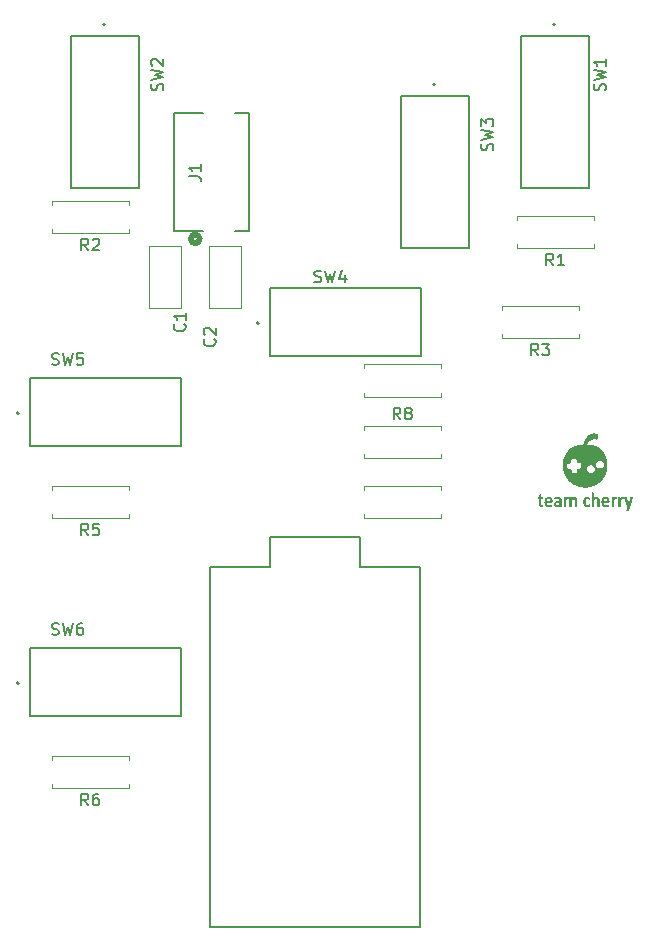
<source format=gbr>
%TF.GenerationSoftware,KiCad,Pcbnew,9.0.1*%
%TF.CreationDate,2026-01-07T21:00:54-05:00*%
%TF.ProjectId,mouse-micro,6d6f7573-652d-46d6-9963-726f2e6b6963,rev?*%
%TF.SameCoordinates,Original*%
%TF.FileFunction,Legend,Top*%
%TF.FilePolarity,Positive*%
%FSLAX46Y46*%
G04 Gerber Fmt 4.6, Leading zero omitted, Abs format (unit mm)*
G04 Created by KiCad (PCBNEW 9.0.1) date 2026-01-07 21:00:54*
%MOMM*%
%LPD*%
G01*
G04 APERTURE LIST*
%ADD10C,0.150000*%
%ADD11C,0.120000*%
%ADD12C,0.127000*%
%ADD13C,0.200000*%
%ADD14C,0.152400*%
%ADD15C,0.508000*%
%ADD16C,0.000000*%
G04 APERTURE END LIST*
D10*
X126089580Y-75096666D02*
X126137200Y-75144285D01*
X126137200Y-75144285D02*
X126184819Y-75287142D01*
X126184819Y-75287142D02*
X126184819Y-75382380D01*
X126184819Y-75382380D02*
X126137200Y-75525237D01*
X126137200Y-75525237D02*
X126041961Y-75620475D01*
X126041961Y-75620475D02*
X125946723Y-75668094D01*
X125946723Y-75668094D02*
X125756247Y-75715713D01*
X125756247Y-75715713D02*
X125613390Y-75715713D01*
X125613390Y-75715713D02*
X125422914Y-75668094D01*
X125422914Y-75668094D02*
X125327676Y-75620475D01*
X125327676Y-75620475D02*
X125232438Y-75525237D01*
X125232438Y-75525237D02*
X125184819Y-75382380D01*
X125184819Y-75382380D02*
X125184819Y-75287142D01*
X125184819Y-75287142D02*
X125232438Y-75144285D01*
X125232438Y-75144285D02*
X125280057Y-75096666D01*
X125280057Y-74715713D02*
X125232438Y-74668094D01*
X125232438Y-74668094D02*
X125184819Y-74572856D01*
X125184819Y-74572856D02*
X125184819Y-74334761D01*
X125184819Y-74334761D02*
X125232438Y-74239523D01*
X125232438Y-74239523D02*
X125280057Y-74191904D01*
X125280057Y-74191904D02*
X125375295Y-74144285D01*
X125375295Y-74144285D02*
X125470533Y-74144285D01*
X125470533Y-74144285D02*
X125613390Y-74191904D01*
X125613390Y-74191904D02*
X126184819Y-74763332D01*
X126184819Y-74763332D02*
X126184819Y-74144285D01*
X112331667Y-100102200D02*
X112474524Y-100149819D01*
X112474524Y-100149819D02*
X112712619Y-100149819D01*
X112712619Y-100149819D02*
X112807857Y-100102200D01*
X112807857Y-100102200D02*
X112855476Y-100054580D01*
X112855476Y-100054580D02*
X112903095Y-99959342D01*
X112903095Y-99959342D02*
X112903095Y-99864104D01*
X112903095Y-99864104D02*
X112855476Y-99768866D01*
X112855476Y-99768866D02*
X112807857Y-99721247D01*
X112807857Y-99721247D02*
X112712619Y-99673628D01*
X112712619Y-99673628D02*
X112522143Y-99626009D01*
X112522143Y-99626009D02*
X112426905Y-99578390D01*
X112426905Y-99578390D02*
X112379286Y-99530771D01*
X112379286Y-99530771D02*
X112331667Y-99435533D01*
X112331667Y-99435533D02*
X112331667Y-99340295D01*
X112331667Y-99340295D02*
X112379286Y-99245057D01*
X112379286Y-99245057D02*
X112426905Y-99197438D01*
X112426905Y-99197438D02*
X112522143Y-99149819D01*
X112522143Y-99149819D02*
X112760238Y-99149819D01*
X112760238Y-99149819D02*
X112903095Y-99197438D01*
X113236429Y-99149819D02*
X113474524Y-100149819D01*
X113474524Y-100149819D02*
X113665000Y-99435533D01*
X113665000Y-99435533D02*
X113855476Y-100149819D01*
X113855476Y-100149819D02*
X114093572Y-99149819D01*
X114903095Y-99149819D02*
X114712619Y-99149819D01*
X114712619Y-99149819D02*
X114617381Y-99197438D01*
X114617381Y-99197438D02*
X114569762Y-99245057D01*
X114569762Y-99245057D02*
X114474524Y-99387914D01*
X114474524Y-99387914D02*
X114426905Y-99578390D01*
X114426905Y-99578390D02*
X114426905Y-99959342D01*
X114426905Y-99959342D02*
X114474524Y-100054580D01*
X114474524Y-100054580D02*
X114522143Y-100102200D01*
X114522143Y-100102200D02*
X114617381Y-100149819D01*
X114617381Y-100149819D02*
X114807857Y-100149819D01*
X114807857Y-100149819D02*
X114903095Y-100102200D01*
X114903095Y-100102200D02*
X114950714Y-100054580D01*
X114950714Y-100054580D02*
X114998333Y-99959342D01*
X114998333Y-99959342D02*
X114998333Y-99721247D01*
X114998333Y-99721247D02*
X114950714Y-99626009D01*
X114950714Y-99626009D02*
X114903095Y-99578390D01*
X114903095Y-99578390D02*
X114807857Y-99530771D01*
X114807857Y-99530771D02*
X114617381Y-99530771D01*
X114617381Y-99530771D02*
X114522143Y-99578390D01*
X114522143Y-99578390D02*
X114474524Y-99626009D01*
X114474524Y-99626009D02*
X114426905Y-99721247D01*
X149632200Y-59118332D02*
X149679819Y-58975475D01*
X149679819Y-58975475D02*
X149679819Y-58737380D01*
X149679819Y-58737380D02*
X149632200Y-58642142D01*
X149632200Y-58642142D02*
X149584580Y-58594523D01*
X149584580Y-58594523D02*
X149489342Y-58546904D01*
X149489342Y-58546904D02*
X149394104Y-58546904D01*
X149394104Y-58546904D02*
X149298866Y-58594523D01*
X149298866Y-58594523D02*
X149251247Y-58642142D01*
X149251247Y-58642142D02*
X149203628Y-58737380D01*
X149203628Y-58737380D02*
X149156009Y-58927856D01*
X149156009Y-58927856D02*
X149108390Y-59023094D01*
X149108390Y-59023094D02*
X149060771Y-59070713D01*
X149060771Y-59070713D02*
X148965533Y-59118332D01*
X148965533Y-59118332D02*
X148870295Y-59118332D01*
X148870295Y-59118332D02*
X148775057Y-59070713D01*
X148775057Y-59070713D02*
X148727438Y-59023094D01*
X148727438Y-59023094D02*
X148679819Y-58927856D01*
X148679819Y-58927856D02*
X148679819Y-58689761D01*
X148679819Y-58689761D02*
X148727438Y-58546904D01*
X148679819Y-58213570D02*
X149679819Y-57975475D01*
X149679819Y-57975475D02*
X148965533Y-57784999D01*
X148965533Y-57784999D02*
X149679819Y-57594523D01*
X149679819Y-57594523D02*
X148679819Y-57356428D01*
X148679819Y-57070713D02*
X148679819Y-56451666D01*
X148679819Y-56451666D02*
X149060771Y-56784999D01*
X149060771Y-56784999D02*
X149060771Y-56642142D01*
X149060771Y-56642142D02*
X149108390Y-56546904D01*
X149108390Y-56546904D02*
X149156009Y-56499285D01*
X149156009Y-56499285D02*
X149251247Y-56451666D01*
X149251247Y-56451666D02*
X149489342Y-56451666D01*
X149489342Y-56451666D02*
X149584580Y-56499285D01*
X149584580Y-56499285D02*
X149632200Y-56546904D01*
X149632200Y-56546904D02*
X149679819Y-56642142D01*
X149679819Y-56642142D02*
X149679819Y-56927856D01*
X149679819Y-56927856D02*
X149632200Y-57023094D01*
X149632200Y-57023094D02*
X149584580Y-57070713D01*
X141833333Y-81904819D02*
X141500000Y-81428628D01*
X141261905Y-81904819D02*
X141261905Y-80904819D01*
X141261905Y-80904819D02*
X141642857Y-80904819D01*
X141642857Y-80904819D02*
X141738095Y-80952438D01*
X141738095Y-80952438D02*
X141785714Y-81000057D01*
X141785714Y-81000057D02*
X141833333Y-81095295D01*
X141833333Y-81095295D02*
X141833333Y-81238152D01*
X141833333Y-81238152D02*
X141785714Y-81333390D01*
X141785714Y-81333390D02*
X141738095Y-81381009D01*
X141738095Y-81381009D02*
X141642857Y-81428628D01*
X141642857Y-81428628D02*
X141261905Y-81428628D01*
X142404762Y-81333390D02*
X142309524Y-81285771D01*
X142309524Y-81285771D02*
X142261905Y-81238152D01*
X142261905Y-81238152D02*
X142214286Y-81142914D01*
X142214286Y-81142914D02*
X142214286Y-81095295D01*
X142214286Y-81095295D02*
X142261905Y-81000057D01*
X142261905Y-81000057D02*
X142309524Y-80952438D01*
X142309524Y-80952438D02*
X142404762Y-80904819D01*
X142404762Y-80904819D02*
X142595238Y-80904819D01*
X142595238Y-80904819D02*
X142690476Y-80952438D01*
X142690476Y-80952438D02*
X142738095Y-81000057D01*
X142738095Y-81000057D02*
X142785714Y-81095295D01*
X142785714Y-81095295D02*
X142785714Y-81142914D01*
X142785714Y-81142914D02*
X142738095Y-81238152D01*
X142738095Y-81238152D02*
X142690476Y-81285771D01*
X142690476Y-81285771D02*
X142595238Y-81333390D01*
X142595238Y-81333390D02*
X142404762Y-81333390D01*
X142404762Y-81333390D02*
X142309524Y-81381009D01*
X142309524Y-81381009D02*
X142261905Y-81428628D01*
X142261905Y-81428628D02*
X142214286Y-81523866D01*
X142214286Y-81523866D02*
X142214286Y-81714342D01*
X142214286Y-81714342D02*
X142261905Y-81809580D01*
X142261905Y-81809580D02*
X142309524Y-81857200D01*
X142309524Y-81857200D02*
X142404762Y-81904819D01*
X142404762Y-81904819D02*
X142595238Y-81904819D01*
X142595238Y-81904819D02*
X142690476Y-81857200D01*
X142690476Y-81857200D02*
X142738095Y-81809580D01*
X142738095Y-81809580D02*
X142785714Y-81714342D01*
X142785714Y-81714342D02*
X142785714Y-81523866D01*
X142785714Y-81523866D02*
X142738095Y-81428628D01*
X142738095Y-81428628D02*
X142690476Y-81381009D01*
X142690476Y-81381009D02*
X142595238Y-81333390D01*
X121692200Y-54038332D02*
X121739819Y-53895475D01*
X121739819Y-53895475D02*
X121739819Y-53657380D01*
X121739819Y-53657380D02*
X121692200Y-53562142D01*
X121692200Y-53562142D02*
X121644580Y-53514523D01*
X121644580Y-53514523D02*
X121549342Y-53466904D01*
X121549342Y-53466904D02*
X121454104Y-53466904D01*
X121454104Y-53466904D02*
X121358866Y-53514523D01*
X121358866Y-53514523D02*
X121311247Y-53562142D01*
X121311247Y-53562142D02*
X121263628Y-53657380D01*
X121263628Y-53657380D02*
X121216009Y-53847856D01*
X121216009Y-53847856D02*
X121168390Y-53943094D01*
X121168390Y-53943094D02*
X121120771Y-53990713D01*
X121120771Y-53990713D02*
X121025533Y-54038332D01*
X121025533Y-54038332D02*
X120930295Y-54038332D01*
X120930295Y-54038332D02*
X120835057Y-53990713D01*
X120835057Y-53990713D02*
X120787438Y-53943094D01*
X120787438Y-53943094D02*
X120739819Y-53847856D01*
X120739819Y-53847856D02*
X120739819Y-53609761D01*
X120739819Y-53609761D02*
X120787438Y-53466904D01*
X120739819Y-53133570D02*
X121739819Y-52895475D01*
X121739819Y-52895475D02*
X121025533Y-52704999D01*
X121025533Y-52704999D02*
X121739819Y-52514523D01*
X121739819Y-52514523D02*
X120739819Y-52276428D01*
X120835057Y-51943094D02*
X120787438Y-51895475D01*
X120787438Y-51895475D02*
X120739819Y-51800237D01*
X120739819Y-51800237D02*
X120739819Y-51562142D01*
X120739819Y-51562142D02*
X120787438Y-51466904D01*
X120787438Y-51466904D02*
X120835057Y-51419285D01*
X120835057Y-51419285D02*
X120930295Y-51371666D01*
X120930295Y-51371666D02*
X121025533Y-51371666D01*
X121025533Y-51371666D02*
X121168390Y-51419285D01*
X121168390Y-51419285D02*
X121739819Y-51990713D01*
X121739819Y-51990713D02*
X121739819Y-51371666D01*
X153503333Y-76484819D02*
X153170000Y-76008628D01*
X152931905Y-76484819D02*
X152931905Y-75484819D01*
X152931905Y-75484819D02*
X153312857Y-75484819D01*
X153312857Y-75484819D02*
X153408095Y-75532438D01*
X153408095Y-75532438D02*
X153455714Y-75580057D01*
X153455714Y-75580057D02*
X153503333Y-75675295D01*
X153503333Y-75675295D02*
X153503333Y-75818152D01*
X153503333Y-75818152D02*
X153455714Y-75913390D01*
X153455714Y-75913390D02*
X153408095Y-75961009D01*
X153408095Y-75961009D02*
X153312857Y-76008628D01*
X153312857Y-76008628D02*
X152931905Y-76008628D01*
X153836667Y-75484819D02*
X154455714Y-75484819D01*
X154455714Y-75484819D02*
X154122381Y-75865771D01*
X154122381Y-75865771D02*
X154265238Y-75865771D01*
X154265238Y-75865771D02*
X154360476Y-75913390D01*
X154360476Y-75913390D02*
X154408095Y-75961009D01*
X154408095Y-75961009D02*
X154455714Y-76056247D01*
X154455714Y-76056247D02*
X154455714Y-76294342D01*
X154455714Y-76294342D02*
X154408095Y-76389580D01*
X154408095Y-76389580D02*
X154360476Y-76437200D01*
X154360476Y-76437200D02*
X154265238Y-76484819D01*
X154265238Y-76484819D02*
X153979524Y-76484819D01*
X153979524Y-76484819D02*
X153884286Y-76437200D01*
X153884286Y-76437200D02*
X153836667Y-76389580D01*
X112331667Y-77242200D02*
X112474524Y-77289819D01*
X112474524Y-77289819D02*
X112712619Y-77289819D01*
X112712619Y-77289819D02*
X112807857Y-77242200D01*
X112807857Y-77242200D02*
X112855476Y-77194580D01*
X112855476Y-77194580D02*
X112903095Y-77099342D01*
X112903095Y-77099342D02*
X112903095Y-77004104D01*
X112903095Y-77004104D02*
X112855476Y-76908866D01*
X112855476Y-76908866D02*
X112807857Y-76861247D01*
X112807857Y-76861247D02*
X112712619Y-76813628D01*
X112712619Y-76813628D02*
X112522143Y-76766009D01*
X112522143Y-76766009D02*
X112426905Y-76718390D01*
X112426905Y-76718390D02*
X112379286Y-76670771D01*
X112379286Y-76670771D02*
X112331667Y-76575533D01*
X112331667Y-76575533D02*
X112331667Y-76480295D01*
X112331667Y-76480295D02*
X112379286Y-76385057D01*
X112379286Y-76385057D02*
X112426905Y-76337438D01*
X112426905Y-76337438D02*
X112522143Y-76289819D01*
X112522143Y-76289819D02*
X112760238Y-76289819D01*
X112760238Y-76289819D02*
X112903095Y-76337438D01*
X113236429Y-76289819D02*
X113474524Y-77289819D01*
X113474524Y-77289819D02*
X113665000Y-76575533D01*
X113665000Y-76575533D02*
X113855476Y-77289819D01*
X113855476Y-77289819D02*
X114093572Y-76289819D01*
X114950714Y-76289819D02*
X114474524Y-76289819D01*
X114474524Y-76289819D02*
X114426905Y-76766009D01*
X114426905Y-76766009D02*
X114474524Y-76718390D01*
X114474524Y-76718390D02*
X114569762Y-76670771D01*
X114569762Y-76670771D02*
X114807857Y-76670771D01*
X114807857Y-76670771D02*
X114903095Y-76718390D01*
X114903095Y-76718390D02*
X114950714Y-76766009D01*
X114950714Y-76766009D02*
X114998333Y-76861247D01*
X114998333Y-76861247D02*
X114998333Y-77099342D01*
X114998333Y-77099342D02*
X114950714Y-77194580D01*
X114950714Y-77194580D02*
X114903095Y-77242200D01*
X114903095Y-77242200D02*
X114807857Y-77289819D01*
X114807857Y-77289819D02*
X114569762Y-77289819D01*
X114569762Y-77289819D02*
X114474524Y-77242200D01*
X114474524Y-77242200D02*
X114426905Y-77194580D01*
X134556667Y-70257200D02*
X134699524Y-70304819D01*
X134699524Y-70304819D02*
X134937619Y-70304819D01*
X134937619Y-70304819D02*
X135032857Y-70257200D01*
X135032857Y-70257200D02*
X135080476Y-70209580D01*
X135080476Y-70209580D02*
X135128095Y-70114342D01*
X135128095Y-70114342D02*
X135128095Y-70019104D01*
X135128095Y-70019104D02*
X135080476Y-69923866D01*
X135080476Y-69923866D02*
X135032857Y-69876247D01*
X135032857Y-69876247D02*
X134937619Y-69828628D01*
X134937619Y-69828628D02*
X134747143Y-69781009D01*
X134747143Y-69781009D02*
X134651905Y-69733390D01*
X134651905Y-69733390D02*
X134604286Y-69685771D01*
X134604286Y-69685771D02*
X134556667Y-69590533D01*
X134556667Y-69590533D02*
X134556667Y-69495295D01*
X134556667Y-69495295D02*
X134604286Y-69400057D01*
X134604286Y-69400057D02*
X134651905Y-69352438D01*
X134651905Y-69352438D02*
X134747143Y-69304819D01*
X134747143Y-69304819D02*
X134985238Y-69304819D01*
X134985238Y-69304819D02*
X135128095Y-69352438D01*
X135461429Y-69304819D02*
X135699524Y-70304819D01*
X135699524Y-70304819D02*
X135890000Y-69590533D01*
X135890000Y-69590533D02*
X136080476Y-70304819D01*
X136080476Y-70304819D02*
X136318572Y-69304819D01*
X137128095Y-69638152D02*
X137128095Y-70304819D01*
X136890000Y-69257200D02*
X136651905Y-69971485D01*
X136651905Y-69971485D02*
X137270952Y-69971485D01*
X123914819Y-61293333D02*
X124629104Y-61293333D01*
X124629104Y-61293333D02*
X124771961Y-61340952D01*
X124771961Y-61340952D02*
X124867200Y-61436190D01*
X124867200Y-61436190D02*
X124914819Y-61579047D01*
X124914819Y-61579047D02*
X124914819Y-61674285D01*
X124914819Y-60293333D02*
X124914819Y-60864761D01*
X124914819Y-60579047D02*
X123914819Y-60579047D01*
X123914819Y-60579047D02*
X124057676Y-60674285D01*
X124057676Y-60674285D02*
X124152914Y-60769523D01*
X124152914Y-60769523D02*
X124200533Y-60864761D01*
X115403333Y-114584819D02*
X115070000Y-114108628D01*
X114831905Y-114584819D02*
X114831905Y-113584819D01*
X114831905Y-113584819D02*
X115212857Y-113584819D01*
X115212857Y-113584819D02*
X115308095Y-113632438D01*
X115308095Y-113632438D02*
X115355714Y-113680057D01*
X115355714Y-113680057D02*
X115403333Y-113775295D01*
X115403333Y-113775295D02*
X115403333Y-113918152D01*
X115403333Y-113918152D02*
X115355714Y-114013390D01*
X115355714Y-114013390D02*
X115308095Y-114061009D01*
X115308095Y-114061009D02*
X115212857Y-114108628D01*
X115212857Y-114108628D02*
X114831905Y-114108628D01*
X116260476Y-113584819D02*
X116070000Y-113584819D01*
X116070000Y-113584819D02*
X115974762Y-113632438D01*
X115974762Y-113632438D02*
X115927143Y-113680057D01*
X115927143Y-113680057D02*
X115831905Y-113822914D01*
X115831905Y-113822914D02*
X115784286Y-114013390D01*
X115784286Y-114013390D02*
X115784286Y-114394342D01*
X115784286Y-114394342D02*
X115831905Y-114489580D01*
X115831905Y-114489580D02*
X115879524Y-114537200D01*
X115879524Y-114537200D02*
X115974762Y-114584819D01*
X115974762Y-114584819D02*
X116165238Y-114584819D01*
X116165238Y-114584819D02*
X116260476Y-114537200D01*
X116260476Y-114537200D02*
X116308095Y-114489580D01*
X116308095Y-114489580D02*
X116355714Y-114394342D01*
X116355714Y-114394342D02*
X116355714Y-114156247D01*
X116355714Y-114156247D02*
X116308095Y-114061009D01*
X116308095Y-114061009D02*
X116260476Y-114013390D01*
X116260476Y-114013390D02*
X116165238Y-113965771D01*
X116165238Y-113965771D02*
X115974762Y-113965771D01*
X115974762Y-113965771D02*
X115879524Y-114013390D01*
X115879524Y-114013390D02*
X115831905Y-114061009D01*
X115831905Y-114061009D02*
X115784286Y-114156247D01*
X159157200Y-54038332D02*
X159204819Y-53895475D01*
X159204819Y-53895475D02*
X159204819Y-53657380D01*
X159204819Y-53657380D02*
X159157200Y-53562142D01*
X159157200Y-53562142D02*
X159109580Y-53514523D01*
X159109580Y-53514523D02*
X159014342Y-53466904D01*
X159014342Y-53466904D02*
X158919104Y-53466904D01*
X158919104Y-53466904D02*
X158823866Y-53514523D01*
X158823866Y-53514523D02*
X158776247Y-53562142D01*
X158776247Y-53562142D02*
X158728628Y-53657380D01*
X158728628Y-53657380D02*
X158681009Y-53847856D01*
X158681009Y-53847856D02*
X158633390Y-53943094D01*
X158633390Y-53943094D02*
X158585771Y-53990713D01*
X158585771Y-53990713D02*
X158490533Y-54038332D01*
X158490533Y-54038332D02*
X158395295Y-54038332D01*
X158395295Y-54038332D02*
X158300057Y-53990713D01*
X158300057Y-53990713D02*
X158252438Y-53943094D01*
X158252438Y-53943094D02*
X158204819Y-53847856D01*
X158204819Y-53847856D02*
X158204819Y-53609761D01*
X158204819Y-53609761D02*
X158252438Y-53466904D01*
X158204819Y-53133570D02*
X159204819Y-52895475D01*
X159204819Y-52895475D02*
X158490533Y-52704999D01*
X158490533Y-52704999D02*
X159204819Y-52514523D01*
X159204819Y-52514523D02*
X158204819Y-52276428D01*
X159204819Y-51371666D02*
X159204819Y-51943094D01*
X159204819Y-51657380D02*
X158204819Y-51657380D01*
X158204819Y-51657380D02*
X158347676Y-51752618D01*
X158347676Y-51752618D02*
X158442914Y-51847856D01*
X158442914Y-51847856D02*
X158490533Y-51943094D01*
X115403333Y-91724819D02*
X115070000Y-91248628D01*
X114831905Y-91724819D02*
X114831905Y-90724819D01*
X114831905Y-90724819D02*
X115212857Y-90724819D01*
X115212857Y-90724819D02*
X115308095Y-90772438D01*
X115308095Y-90772438D02*
X115355714Y-90820057D01*
X115355714Y-90820057D02*
X115403333Y-90915295D01*
X115403333Y-90915295D02*
X115403333Y-91058152D01*
X115403333Y-91058152D02*
X115355714Y-91153390D01*
X115355714Y-91153390D02*
X115308095Y-91201009D01*
X115308095Y-91201009D02*
X115212857Y-91248628D01*
X115212857Y-91248628D02*
X114831905Y-91248628D01*
X116308095Y-90724819D02*
X115831905Y-90724819D01*
X115831905Y-90724819D02*
X115784286Y-91201009D01*
X115784286Y-91201009D02*
X115831905Y-91153390D01*
X115831905Y-91153390D02*
X115927143Y-91105771D01*
X115927143Y-91105771D02*
X116165238Y-91105771D01*
X116165238Y-91105771D02*
X116260476Y-91153390D01*
X116260476Y-91153390D02*
X116308095Y-91201009D01*
X116308095Y-91201009D02*
X116355714Y-91296247D01*
X116355714Y-91296247D02*
X116355714Y-91534342D01*
X116355714Y-91534342D02*
X116308095Y-91629580D01*
X116308095Y-91629580D02*
X116260476Y-91677200D01*
X116260476Y-91677200D02*
X116165238Y-91724819D01*
X116165238Y-91724819D02*
X115927143Y-91724819D01*
X115927143Y-91724819D02*
X115831905Y-91677200D01*
X115831905Y-91677200D02*
X115784286Y-91629580D01*
X115403333Y-67594819D02*
X115070000Y-67118628D01*
X114831905Y-67594819D02*
X114831905Y-66594819D01*
X114831905Y-66594819D02*
X115212857Y-66594819D01*
X115212857Y-66594819D02*
X115308095Y-66642438D01*
X115308095Y-66642438D02*
X115355714Y-66690057D01*
X115355714Y-66690057D02*
X115403333Y-66785295D01*
X115403333Y-66785295D02*
X115403333Y-66928152D01*
X115403333Y-66928152D02*
X115355714Y-67023390D01*
X115355714Y-67023390D02*
X115308095Y-67071009D01*
X115308095Y-67071009D02*
X115212857Y-67118628D01*
X115212857Y-67118628D02*
X114831905Y-67118628D01*
X115784286Y-66690057D02*
X115831905Y-66642438D01*
X115831905Y-66642438D02*
X115927143Y-66594819D01*
X115927143Y-66594819D02*
X116165238Y-66594819D01*
X116165238Y-66594819D02*
X116260476Y-66642438D01*
X116260476Y-66642438D02*
X116308095Y-66690057D01*
X116308095Y-66690057D02*
X116355714Y-66785295D01*
X116355714Y-66785295D02*
X116355714Y-66880533D01*
X116355714Y-66880533D02*
X116308095Y-67023390D01*
X116308095Y-67023390D02*
X115736667Y-67594819D01*
X115736667Y-67594819D02*
X116355714Y-67594819D01*
X123549580Y-73826666D02*
X123597200Y-73874285D01*
X123597200Y-73874285D02*
X123644819Y-74017142D01*
X123644819Y-74017142D02*
X123644819Y-74112380D01*
X123644819Y-74112380D02*
X123597200Y-74255237D01*
X123597200Y-74255237D02*
X123501961Y-74350475D01*
X123501961Y-74350475D02*
X123406723Y-74398094D01*
X123406723Y-74398094D02*
X123216247Y-74445713D01*
X123216247Y-74445713D02*
X123073390Y-74445713D01*
X123073390Y-74445713D02*
X122882914Y-74398094D01*
X122882914Y-74398094D02*
X122787676Y-74350475D01*
X122787676Y-74350475D02*
X122692438Y-74255237D01*
X122692438Y-74255237D02*
X122644819Y-74112380D01*
X122644819Y-74112380D02*
X122644819Y-74017142D01*
X122644819Y-74017142D02*
X122692438Y-73874285D01*
X122692438Y-73874285D02*
X122740057Y-73826666D01*
X123644819Y-72874285D02*
X123644819Y-73445713D01*
X123644819Y-73159999D02*
X122644819Y-73159999D01*
X122644819Y-73159999D02*
X122787676Y-73255237D01*
X122787676Y-73255237D02*
X122882914Y-73350475D01*
X122882914Y-73350475D02*
X122930533Y-73445713D01*
X154773333Y-68864819D02*
X154440000Y-68388628D01*
X154201905Y-68864819D02*
X154201905Y-67864819D01*
X154201905Y-67864819D02*
X154582857Y-67864819D01*
X154582857Y-67864819D02*
X154678095Y-67912438D01*
X154678095Y-67912438D02*
X154725714Y-67960057D01*
X154725714Y-67960057D02*
X154773333Y-68055295D01*
X154773333Y-68055295D02*
X154773333Y-68198152D01*
X154773333Y-68198152D02*
X154725714Y-68293390D01*
X154725714Y-68293390D02*
X154678095Y-68341009D01*
X154678095Y-68341009D02*
X154582857Y-68388628D01*
X154582857Y-68388628D02*
X154201905Y-68388628D01*
X155725714Y-68864819D02*
X155154286Y-68864819D01*
X155440000Y-68864819D02*
X155440000Y-67864819D01*
X155440000Y-67864819D02*
X155344762Y-68007676D01*
X155344762Y-68007676D02*
X155249524Y-68102914D01*
X155249524Y-68102914D02*
X155154286Y-68150533D01*
D11*
%TO.C,C2*%
X125630000Y-72450000D02*
X128370000Y-72450000D01*
X125630000Y-72450000D02*
X125630000Y-67210000D01*
X128370000Y-72450000D02*
X128370000Y-67210000D01*
X125630000Y-67210000D02*
X128370000Y-67210000D01*
D10*
%TO.C,U1*%
X125730000Y-124916087D02*
X143510000Y-124916087D01*
X125730000Y-94436087D02*
X125730000Y-124916087D01*
X130810000Y-94436087D02*
X125730000Y-94436087D01*
X130810000Y-91896087D02*
X130810000Y-94436087D01*
X138430000Y-94436087D02*
X138430000Y-91896087D01*
X138430000Y-91896087D02*
X130810000Y-91896087D01*
X143510000Y-124916087D02*
X143510000Y-94436087D01*
X143510000Y-94436087D02*
X138430000Y-94436087D01*
D12*
%TO.C,SW6*%
X110440000Y-101240000D02*
X123240000Y-101240000D01*
X110440000Y-107040000D02*
X110440000Y-101240000D01*
X123240000Y-101240000D02*
X123240000Y-107040000D01*
X123240000Y-107040000D02*
X110440000Y-107040000D01*
D13*
X109540000Y-104240000D02*
G75*
G02*
X109340000Y-104240000I-100000J0D01*
G01*
X109340000Y-104240000D02*
G75*
G02*
X109540000Y-104240000I100000J0D01*
G01*
D12*
%TO.C,SW3*%
X141880000Y-54560000D02*
X147680000Y-54560000D01*
X141880000Y-67360000D02*
X141880000Y-54560000D01*
X147680000Y-54560000D02*
X147680000Y-67360000D01*
X147680000Y-67360000D02*
X141880000Y-67360000D01*
D13*
X144780000Y-53560000D02*
G75*
G02*
X144580000Y-53560000I-100000J0D01*
G01*
X144580000Y-53560000D02*
G75*
G02*
X144780000Y-53560000I100000J0D01*
G01*
D11*
%TO.C,R8*%
X138730000Y-82450000D02*
X145270000Y-82450000D01*
X138730000Y-82780000D02*
X138730000Y-82450000D01*
X138730000Y-84860000D02*
X138730000Y-85190000D01*
X138730000Y-85190000D02*
X145270000Y-85190000D01*
X145270000Y-82450000D02*
X145270000Y-82780000D01*
X145270000Y-85190000D02*
X145270000Y-84860000D01*
D12*
%TO.C,SW2*%
X113940000Y-49480000D02*
X119740000Y-49480000D01*
X113940000Y-62280000D02*
X113940000Y-49480000D01*
X119740000Y-49480000D02*
X119740000Y-62280000D01*
X119740000Y-62280000D02*
X113940000Y-62280000D01*
D13*
X116840000Y-48480000D02*
G75*
G02*
X116640000Y-48480000I-100000J0D01*
G01*
X116640000Y-48480000D02*
G75*
G02*
X116840000Y-48480000I100000J0D01*
G01*
D11*
%TO.C,R3*%
X150400000Y-72290000D02*
X150400000Y-72620000D01*
X150400000Y-75030000D02*
X150400000Y-74700000D01*
X156940000Y-72290000D02*
X150400000Y-72290000D01*
X156940000Y-72620000D02*
X156940000Y-72290000D01*
X156940000Y-74700000D02*
X156940000Y-75030000D01*
X156940000Y-75030000D02*
X150400000Y-75030000D01*
%TO.C,R4*%
X138720000Y-77230000D02*
X138720000Y-77560000D01*
X138720000Y-79970000D02*
X138720000Y-79640000D01*
X145260000Y-77230000D02*
X138720000Y-77230000D01*
X145260000Y-77560000D02*
X145260000Y-77230000D01*
X145260000Y-79640000D02*
X145260000Y-79970000D01*
X145260000Y-79970000D02*
X138720000Y-79970000D01*
D12*
%TO.C,SW5*%
X110440000Y-78380000D02*
X123240000Y-78380000D01*
X110440000Y-84180000D02*
X110440000Y-78380000D01*
X123240000Y-78380000D02*
X123240000Y-84180000D01*
X123240000Y-84180000D02*
X110440000Y-84180000D01*
D13*
X109540000Y-81380000D02*
G75*
G02*
X109340000Y-81380000I-100000J0D01*
G01*
X109340000Y-81380000D02*
G75*
G02*
X109540000Y-81380000I100000J0D01*
G01*
D12*
%TO.C,SW4*%
X130760000Y-70760000D02*
X143560000Y-70760000D01*
X130760000Y-76560000D02*
X130760000Y-70760000D01*
X143560000Y-70760000D02*
X143560000Y-76560000D01*
X143560000Y-76560000D02*
X130760000Y-76560000D01*
D13*
X129860000Y-73760000D02*
G75*
G02*
X129660000Y-73760000I-100000J0D01*
G01*
X129660000Y-73760000D02*
G75*
G02*
X129860000Y-73760000I100000J0D01*
G01*
D14*
%TO.C,J1*%
X122632978Y-55930800D02*
X122632978Y-65989200D01*
X122632978Y-65989200D02*
X125123961Y-65989200D01*
X125123961Y-55930800D02*
X122632978Y-55930800D01*
X127796041Y-65989200D02*
X128982978Y-65989200D01*
X128982978Y-55930800D02*
X127796041Y-55930800D01*
X128982978Y-65989200D02*
X128982978Y-55930800D01*
D15*
X124841000Y-66624200D02*
G75*
G02*
X124079000Y-66624200I-381000J0D01*
G01*
X124079000Y-66624200D02*
G75*
G02*
X124841000Y-66624200I381000J0D01*
G01*
D11*
%TO.C,R6*%
X112300000Y-110390000D02*
X112300000Y-110720000D01*
X112300000Y-113130000D02*
X112300000Y-112800000D01*
X118840000Y-110390000D02*
X112300000Y-110390000D01*
X118840000Y-110720000D02*
X118840000Y-110390000D01*
X118840000Y-112800000D02*
X118840000Y-113130000D01*
X118840000Y-113130000D02*
X112300000Y-113130000D01*
D12*
%TO.C,SW1*%
X152040000Y-49480000D02*
X157840000Y-49480000D01*
X152040000Y-62280000D02*
X152040000Y-49480000D01*
X157840000Y-49480000D02*
X157840000Y-62280000D01*
X157840000Y-62280000D02*
X152040000Y-62280000D01*
D13*
X154940000Y-48480000D02*
G75*
G02*
X154740000Y-48480000I-100000J0D01*
G01*
X154740000Y-48480000D02*
G75*
G02*
X154940000Y-48480000I100000J0D01*
G01*
D16*
%TO.C,G\u002A\u002A\u002A*%
G36*
X160091466Y-88450276D02*
G01*
X160113494Y-88454117D01*
X160132222Y-88460600D01*
X160146218Y-88469601D01*
X160152426Y-88477322D01*
X160154979Y-88486007D01*
X160156974Y-88500738D01*
X160158411Y-88520054D01*
X160159290Y-88542490D01*
X160159609Y-88566583D01*
X160159369Y-88590871D01*
X160158570Y-88613890D01*
X160157210Y-88634177D01*
X160155289Y-88650270D01*
X160152807Y-88660705D01*
X160152486Y-88661474D01*
X160147426Y-88670735D01*
X160141735Y-88674766D01*
X160133712Y-88675592D01*
X160122787Y-88674227D01*
X160109128Y-88670763D01*
X160102457Y-88668496D01*
X160076573Y-88660618D01*
X160054434Y-88658132D01*
X160036049Y-88660514D01*
X160012249Y-88670413D01*
X159988178Y-88687811D01*
X159963864Y-88712681D01*
X159939334Y-88744998D01*
X159925758Y-88765940D01*
X159908550Y-88793851D01*
X159908550Y-89045522D01*
X159908550Y-89297193D01*
X159899752Y-89305991D01*
X159890427Y-89312224D01*
X159877205Y-89317476D01*
X159871327Y-89318998D01*
X159858312Y-89320789D01*
X159840073Y-89321997D01*
X159818673Y-89322621D01*
X159796177Y-89322663D01*
X159774648Y-89322122D01*
X159756149Y-89321001D01*
X159742744Y-89319299D01*
X159741123Y-89318953D01*
X159729061Y-89314598D01*
X159718808Y-89308437D01*
X159717591Y-89307379D01*
X159708994Y-89299303D01*
X159708994Y-88894156D01*
X159709006Y-88829034D01*
X159709043Y-88771037D01*
X159709113Y-88719761D01*
X159709219Y-88674801D01*
X159709367Y-88635754D01*
X159709563Y-88602213D01*
X159709812Y-88573774D01*
X159710118Y-88550034D01*
X159710488Y-88530586D01*
X159710926Y-88515027D01*
X159711439Y-88502951D01*
X159712030Y-88493954D01*
X159712706Y-88487632D01*
X159713471Y-88483579D01*
X159714332Y-88481392D01*
X159714384Y-88481315D01*
X159721270Y-88475476D01*
X159732019Y-88470125D01*
X159736034Y-88468747D01*
X159748637Y-88466381D01*
X159766466Y-88464823D01*
X159787258Y-88464086D01*
X159808750Y-88464180D01*
X159828680Y-88465115D01*
X159844784Y-88466903D01*
X159850993Y-88468199D01*
X159860945Y-88471444D01*
X159868164Y-88475749D01*
X159873082Y-88482273D01*
X159876131Y-88492173D01*
X159877747Y-88506607D01*
X159878360Y-88526733D01*
X159878428Y-88541530D01*
X159878428Y-88594050D01*
X159901504Y-88560976D01*
X159920295Y-88536083D01*
X159940607Y-88512720D01*
X159961182Y-88492141D01*
X159980760Y-88475598D01*
X159998084Y-88464345D01*
X159999044Y-88463856D01*
X160019928Y-88455867D01*
X160043249Y-88451025D01*
X160067573Y-88449203D01*
X160091466Y-88450276D01*
G37*
G36*
X160683955Y-88453758D02*
G01*
X160706531Y-88461858D01*
X160714853Y-88466511D01*
X160721288Y-88471838D01*
X160726053Y-88478799D01*
X160729369Y-88488358D01*
X160731453Y-88501477D01*
X160732524Y-88519117D01*
X160732801Y-88542242D01*
X160732503Y-88571812D01*
X160732439Y-88575816D01*
X160731718Y-88607426D01*
X160730430Y-88632151D01*
X160728161Y-88650637D01*
X160724499Y-88663527D01*
X160719031Y-88671467D01*
X160711345Y-88675099D01*
X160701029Y-88675070D01*
X160687668Y-88672023D01*
X160673693Y-88667570D01*
X160644075Y-88660288D01*
X160617664Y-88659641D01*
X160594101Y-88665630D01*
X160588780Y-88668080D01*
X160572412Y-88678881D01*
X160554150Y-88695295D01*
X160535166Y-88716057D01*
X160516632Y-88739902D01*
X160502103Y-88761656D01*
X160480859Y-88795999D01*
X160480859Y-89047724D01*
X160480875Y-89097902D01*
X160480893Y-89141094D01*
X160480866Y-89177847D01*
X160480749Y-89208704D01*
X160480496Y-89234211D01*
X160480061Y-89254914D01*
X160479398Y-89271356D01*
X160478461Y-89284083D01*
X160477204Y-89293641D01*
X160475582Y-89300574D01*
X160473548Y-89305427D01*
X160471057Y-89308745D01*
X160468063Y-89311073D01*
X160464519Y-89312957D01*
X160460381Y-89314942D01*
X160458268Y-89316037D01*
X160451191Y-89317864D01*
X160438197Y-89319443D01*
X160420895Y-89320728D01*
X160400895Y-89321676D01*
X160379808Y-89322244D01*
X160359243Y-89322385D01*
X160340810Y-89322058D01*
X160326119Y-89321217D01*
X160317073Y-89319898D01*
X160299128Y-89313242D01*
X160287562Y-89304340D01*
X160285155Y-89300777D01*
X160284665Y-89296170D01*
X160284201Y-89284632D01*
X160283766Y-89266764D01*
X160283360Y-89243164D01*
X160282985Y-89214432D01*
X160282641Y-89181169D01*
X160282330Y-89143974D01*
X160282053Y-89103446D01*
X160281811Y-89060185D01*
X160281606Y-89014792D01*
X160281437Y-88967865D01*
X160281307Y-88920004D01*
X160281216Y-88871810D01*
X160281166Y-88823881D01*
X160281157Y-88776818D01*
X160281192Y-88731220D01*
X160281270Y-88687687D01*
X160281393Y-88646818D01*
X160281563Y-88609214D01*
X160281779Y-88575474D01*
X160282044Y-88546197D01*
X160282359Y-88521984D01*
X160282724Y-88503434D01*
X160283140Y-88491146D01*
X160283610Y-88485722D01*
X160283643Y-88485620D01*
X160290626Y-88477660D01*
X160304724Y-88471221D01*
X160325652Y-88466411D01*
X160337951Y-88464723D01*
X160359852Y-88463270D01*
X160382359Y-88463571D01*
X160403659Y-88465434D01*
X160421937Y-88468669D01*
X160435378Y-88473083D01*
X160439402Y-88475431D01*
X160443082Y-88478475D01*
X160445711Y-88482081D01*
X160447523Y-88487530D01*
X160448752Y-88496109D01*
X160449630Y-88509103D01*
X160450393Y-88527794D01*
X160450738Y-88537740D01*
X160452620Y-88593003D01*
X160476174Y-88559610D01*
X160494489Y-88535664D01*
X160514585Y-88512845D01*
X160535126Y-88492467D01*
X160554774Y-88475848D01*
X160572190Y-88464303D01*
X160574018Y-88463346D01*
X160598805Y-88454265D01*
X160626983Y-88449623D01*
X160656163Y-88449445D01*
X160683955Y-88453758D01*
G37*
G36*
X157704567Y-88451589D02*
G01*
X157728642Y-88455121D01*
X157758637Y-88462801D01*
X157787895Y-88473270D01*
X157815049Y-88485819D01*
X157838732Y-88499743D01*
X157857579Y-88514334D01*
X157869731Y-88528127D01*
X157876484Y-88542970D01*
X157881502Y-88563573D01*
X157884609Y-88588328D01*
X157885632Y-88615630D01*
X157884396Y-88643869D01*
X157883391Y-88653726D01*
X157879357Y-88677977D01*
X157873649Y-88695061D01*
X157865962Y-88705214D01*
X157855986Y-88708674D01*
X157843416Y-88705679D01*
X157828018Y-88696520D01*
X157801503Y-88677684D01*
X157779810Y-88662937D01*
X157761787Y-88651782D01*
X157746282Y-88643722D01*
X157732143Y-88638261D01*
X157718219Y-88634900D01*
X157703358Y-88633144D01*
X157686408Y-88632495D01*
X157679476Y-88632437D01*
X157661210Y-88632526D01*
X157648152Y-88633243D01*
X157637981Y-88635026D01*
X157628376Y-88638313D01*
X157617017Y-88643545D01*
X157614684Y-88644689D01*
X157593342Y-88657497D01*
X157575726Y-88673643D01*
X157560232Y-88694776D01*
X157552181Y-88708843D01*
X157539370Y-88738854D01*
X157529488Y-88774366D01*
X157522545Y-88813941D01*
X157518548Y-88856139D01*
X157517506Y-88899523D01*
X157519427Y-88942652D01*
X157524319Y-88984089D01*
X157532191Y-89022393D01*
X157543051Y-89056127D01*
X157550088Y-89071792D01*
X157562876Y-89092101D01*
X157579517Y-89111454D01*
X157597981Y-89127797D01*
X157616239Y-89139072D01*
X157616669Y-89139268D01*
X157626223Y-89143169D01*
X157635595Y-89145740D01*
X157646724Y-89147246D01*
X157661548Y-89147953D01*
X157681437Y-89148126D01*
X157700731Y-89148041D01*
X157714565Y-89147525D01*
X157725012Y-89146188D01*
X157734141Y-89143637D01*
X157744024Y-89139482D01*
X157754859Y-89134252D01*
X157769769Y-89125932D01*
X157787783Y-89114395D01*
X157806317Y-89101356D01*
X157818666Y-89091894D01*
X157836724Y-89077966D01*
X157850345Y-89068980D01*
X157860498Y-89064636D01*
X157868154Y-89064635D01*
X157874283Y-89068679D01*
X157878082Y-89073597D01*
X157880396Y-89077944D01*
X157882114Y-89083654D01*
X157883321Y-89091824D01*
X157884102Y-89103550D01*
X157884544Y-89119930D01*
X157884732Y-89142059D01*
X157884758Y-89159256D01*
X157884678Y-89185726D01*
X157884382Y-89205790D01*
X157883784Y-89220572D01*
X157882800Y-89231194D01*
X157881344Y-89238781D01*
X157879331Y-89244455D01*
X157878114Y-89246882D01*
X157867734Y-89260141D01*
X157851237Y-89274178D01*
X157829883Y-89288262D01*
X157804934Y-89301664D01*
X157777649Y-89313653D01*
X157749290Y-89323498D01*
X157742514Y-89325447D01*
X157717077Y-89330829D01*
X157686910Y-89334652D01*
X157654678Y-89336768D01*
X157623050Y-89337031D01*
X157594691Y-89335293D01*
X157585573Y-89334115D01*
X157539510Y-89323467D01*
X157497058Y-89306299D01*
X157458464Y-89282825D01*
X157423972Y-89253262D01*
X157393827Y-89217823D01*
X157368275Y-89176725D01*
X157347560Y-89130182D01*
X157344890Y-89122759D01*
X157336407Y-89096998D01*
X157329702Y-89072814D01*
X157324589Y-89048800D01*
X157320880Y-89023546D01*
X157318389Y-88995645D01*
X157316929Y-88963689D01*
X157316312Y-88926269D01*
X157316260Y-88907153D01*
X157316478Y-88869596D01*
X157317207Y-88838137D01*
X157318620Y-88811351D01*
X157320886Y-88787815D01*
X157324178Y-88766104D01*
X157328665Y-88744792D01*
X157334520Y-88722457D01*
X157341126Y-88700219D01*
X157360354Y-88648477D01*
X157384329Y-88602416D01*
X157412961Y-88562131D01*
X157446162Y-88527715D01*
X157483842Y-88499263D01*
X157525914Y-88476869D01*
X157564716Y-88462769D01*
X157596656Y-88455575D01*
X157632494Y-88451226D01*
X157669406Y-88449854D01*
X157704567Y-88451589D01*
G37*
G36*
X154427192Y-88450409D02*
G01*
X154454946Y-88453008D01*
X154470007Y-88455503D01*
X154516463Y-88468583D01*
X154558413Y-88487650D01*
X154595766Y-88512591D01*
X154628432Y-88543294D01*
X154656318Y-88579646D01*
X154679334Y-88621532D01*
X154697388Y-88668841D01*
X154710390Y-88721459D01*
X154716414Y-88761200D01*
X154718012Y-88779981D01*
X154719134Y-88803361D01*
X154719680Y-88828417D01*
X154719553Y-88852225D01*
X154719531Y-88853177D01*
X154718551Y-88878884D01*
X154716732Y-88898380D01*
X154713643Y-88912973D01*
X154708850Y-88923972D01*
X154701921Y-88932685D01*
X154692423Y-88940420D01*
X154690171Y-88941968D01*
X154677581Y-88950453D01*
X154454543Y-88950453D01*
X154231504Y-88950453D01*
X154233326Y-88975868D01*
X154239073Y-89020321D01*
X154249538Y-89058921D01*
X154264750Y-89091704D01*
X154284734Y-89118706D01*
X154309518Y-89139965D01*
X154339128Y-89155516D01*
X154372931Y-89165269D01*
X154392151Y-89167583D01*
X154417981Y-89168420D01*
X154448235Y-89167811D01*
X154480425Y-89165672D01*
X154510239Y-89161670D01*
X154539815Y-89155335D01*
X154571291Y-89146195D01*
X154606804Y-89133779D01*
X154612537Y-89131633D01*
X154633436Y-89123986D01*
X154648667Y-89119152D01*
X154659486Y-89116986D01*
X154667150Y-89117338D01*
X154672913Y-89120061D01*
X154677170Y-89124035D01*
X154679989Y-89127962D01*
X154682025Y-89133383D01*
X154683440Y-89141566D01*
X154684395Y-89153778D01*
X154685053Y-89171288D01*
X154685455Y-89188985D01*
X154685812Y-89211203D01*
X154685778Y-89227379D01*
X154685202Y-89238999D01*
X154683933Y-89247549D01*
X154681820Y-89254513D01*
X154678711Y-89261378D01*
X154677924Y-89262932D01*
X154670533Y-89273843D01*
X154659713Y-89283426D01*
X154644448Y-89292275D01*
X154623717Y-89300985D01*
X154597750Y-89309762D01*
X154565623Y-89319124D01*
X154535878Y-89326098D01*
X154506298Y-89331018D01*
X154474666Y-89334221D01*
X154438765Y-89336040D01*
X154420779Y-89336494D01*
X154398031Y-89336857D01*
X154377661Y-89337043D01*
X154360951Y-89337052D01*
X154349181Y-89336882D01*
X154343633Y-89336534D01*
X154343593Y-89336525D01*
X154337275Y-89335288D01*
X154325854Y-89333273D01*
X154311664Y-89330890D01*
X154309918Y-89330605D01*
X154261196Y-89319199D01*
X154216629Y-89301662D01*
X154176462Y-89278167D01*
X154140939Y-89248888D01*
X154110305Y-89213998D01*
X154084803Y-89173671D01*
X154082363Y-89168991D01*
X154068057Y-89138651D01*
X154056595Y-89108611D01*
X154047688Y-89077513D01*
X154041051Y-89043996D01*
X154036396Y-89006701D01*
X154033437Y-88964269D01*
X154032236Y-88931374D01*
X154031588Y-88889966D01*
X154032073Y-88854344D01*
X154033838Y-88822826D01*
X154035533Y-88807375D01*
X154233286Y-88807375D01*
X154381227Y-88807375D01*
X154529168Y-88807375D01*
X154526638Y-88773871D01*
X154521383Y-88732743D01*
X154512200Y-88697812D01*
X154498922Y-88668754D01*
X154481382Y-88645241D01*
X154459412Y-88626948D01*
X154447841Y-88620232D01*
X154427221Y-88612750D01*
X154402477Y-88608590D01*
X154376299Y-88607874D01*
X154351378Y-88610720D01*
X154335303Y-88615200D01*
X154309203Y-88628963D01*
X154286317Y-88649017D01*
X154267079Y-88674659D01*
X154251918Y-88705181D01*
X154241267Y-88739879D01*
X154235558Y-88778047D01*
X154235547Y-88778195D01*
X154233286Y-88807375D01*
X154035533Y-88807375D01*
X154037030Y-88793731D01*
X154041798Y-88765380D01*
X154048287Y-88736091D01*
X154049946Y-88729415D01*
X154066741Y-88675509D01*
X154088489Y-88626818D01*
X154115001Y-88583537D01*
X154146088Y-88545867D01*
X154181561Y-88514004D01*
X154221231Y-88488147D01*
X154264910Y-88468493D01*
X154311491Y-88455427D01*
X154335899Y-88451858D01*
X154365059Y-88449833D01*
X154396359Y-88449350D01*
X154427192Y-88450409D01*
G37*
G36*
X153692639Y-88256648D02*
G01*
X153714827Y-88258199D01*
X153731542Y-88261039D01*
X153743788Y-88265374D01*
X153752566Y-88271412D01*
X153756020Y-88275199D01*
X153758440Y-88278649D01*
X153760295Y-88282720D01*
X153761660Y-88288391D01*
X153762611Y-88296642D01*
X153763221Y-88308453D01*
X153763564Y-88324803D01*
X153763717Y-88346671D01*
X153763753Y-88375037D01*
X153763753Y-88376768D01*
X153763753Y-88468508D01*
X153844558Y-88468508D01*
X153871244Y-88468537D01*
X153891431Y-88468690D01*
X153906148Y-88469060D01*
X153916426Y-88469743D01*
X153923295Y-88470836D01*
X153927786Y-88472433D01*
X153930928Y-88474629D01*
X153932993Y-88476698D01*
X153938161Y-88483848D01*
X153941879Y-88493306D01*
X153944346Y-88506270D01*
X153945764Y-88523940D01*
X153946330Y-88547514D01*
X153946365Y-88556990D01*
X153946035Y-88582849D01*
X153944904Y-88602493D01*
X153942759Y-88617216D01*
X153939388Y-88628309D01*
X153934578Y-88637067D01*
X153932814Y-88639442D01*
X153925110Y-88649237D01*
X153844257Y-88649237D01*
X153763405Y-88649237D01*
X153764585Y-88862912D01*
X153764851Y-88908660D01*
X153765115Y-88947513D01*
X153765403Y-88980103D01*
X153765736Y-89007065D01*
X153766138Y-89029034D01*
X153766631Y-89046642D01*
X153767240Y-89060526D01*
X153767986Y-89071318D01*
X153768892Y-89079653D01*
X153769982Y-89086165D01*
X153771279Y-89091488D01*
X153772806Y-89096256D01*
X153773074Y-89097014D01*
X153784281Y-89118923D01*
X153799881Y-89134891D01*
X153819515Y-89144815D01*
X153842827Y-89148596D01*
X153869458Y-89146133D01*
X153899050Y-89137327D01*
X153906385Y-89134331D01*
X153920152Y-89129551D01*
X153929903Y-89129502D01*
X153936642Y-89134911D01*
X153941370Y-89146502D01*
X153944590Y-89161942D01*
X153946621Y-89180331D01*
X153947440Y-89202418D01*
X153947128Y-89225969D01*
X153945766Y-89248748D01*
X153943436Y-89268521D01*
X153940217Y-89283053D01*
X153940198Y-89283110D01*
X153931437Y-89298379D01*
X153915919Y-89311108D01*
X153893542Y-89321344D01*
X153864206Y-89329133D01*
X153830733Y-89334207D01*
X153813284Y-89336115D01*
X153800772Y-89337222D01*
X153790648Y-89337528D01*
X153780362Y-89337030D01*
X153767364Y-89335725D01*
X153753655Y-89334141D01*
X153713577Y-89326392D01*
X153678413Y-89313012D01*
X153648080Y-89293921D01*
X153622496Y-89269044D01*
X153601579Y-89238301D01*
X153585246Y-89201614D01*
X153574653Y-89164587D01*
X153573035Y-89157126D01*
X153571645Y-89149722D01*
X153570461Y-89141745D01*
X153569462Y-89132566D01*
X153568625Y-89121555D01*
X153567931Y-89108082D01*
X153567356Y-89091518D01*
X153566879Y-89071232D01*
X153566478Y-89046596D01*
X153566132Y-89016980D01*
X153565819Y-88981753D01*
X153565518Y-88940287D01*
X153565207Y-88891951D01*
X153565191Y-88889379D01*
X153563700Y-88649459D01*
X153516146Y-88648407D01*
X153468593Y-88647355D01*
X153460859Y-88634177D01*
X153457630Y-88627666D01*
X153455334Y-88619962D01*
X153453764Y-88609570D01*
X153452711Y-88594995D01*
X153451969Y-88574740D01*
X153451815Y-88568914D01*
X153451693Y-88537497D01*
X153453150Y-88512809D01*
X153456280Y-88494196D01*
X153461176Y-88481004D01*
X153465286Y-88475097D01*
X153468871Y-88472271D01*
X153474495Y-88470371D01*
X153483524Y-88469225D01*
X153497322Y-88468661D01*
X153517255Y-88468508D01*
X153517716Y-88468508D01*
X153564197Y-88468508D01*
X153564197Y-88376768D01*
X153564229Y-88348024D01*
X153564373Y-88325831D01*
X153564705Y-88309209D01*
X153565299Y-88297179D01*
X153566229Y-88288761D01*
X153567570Y-88282976D01*
X153569397Y-88278844D01*
X153571784Y-88275385D01*
X153571930Y-88275199D01*
X153579331Y-88268217D01*
X153589690Y-88263042D01*
X153604008Y-88259469D01*
X153623290Y-88257288D01*
X153648538Y-88256294D01*
X153663975Y-88256176D01*
X153692639Y-88256648D01*
G37*
G36*
X158157655Y-88087468D02*
G01*
X158179573Y-88089233D01*
X158196473Y-88092453D01*
X158209576Y-88097352D01*
X158219369Y-88103570D01*
X158229273Y-88111361D01*
X158229273Y-88335753D01*
X158229273Y-88560145D01*
X158256571Y-88533849D01*
X158292513Y-88502863D01*
X158328698Y-88479056D01*
X158365697Y-88462086D01*
X158387653Y-88455267D01*
X158408319Y-88451605D01*
X158433543Y-88449670D01*
X158460552Y-88449460D01*
X158486574Y-88450975D01*
X158508837Y-88454214D01*
X158513545Y-88455307D01*
X158552801Y-88468945D01*
X158587526Y-88488585D01*
X158617701Y-88514199D01*
X158643308Y-88545761D01*
X158664329Y-88583243D01*
X158680746Y-88626619D01*
X158692540Y-88675861D01*
X158699571Y-88729491D01*
X158700394Y-88743202D01*
X158701144Y-88763875D01*
X158701812Y-88790944D01*
X158702390Y-88823841D01*
X158702872Y-88861998D01*
X158703250Y-88904849D01*
X158703515Y-88951826D01*
X158703661Y-89002362D01*
X158703687Y-89036420D01*
X158703672Y-89087468D01*
X158703618Y-89131513D01*
X158703513Y-89169080D01*
X158703347Y-89200696D01*
X158703107Y-89226887D01*
X158702783Y-89248180D01*
X158702363Y-89265102D01*
X158701835Y-89278178D01*
X158701188Y-89287935D01*
X158700411Y-89294900D01*
X158699491Y-89299599D01*
X158698418Y-89302559D01*
X158697864Y-89303489D01*
X158689517Y-89311150D01*
X158676279Y-89316796D01*
X158657564Y-89320534D01*
X158632788Y-89322470D01*
X158601365Y-89322710D01*
X158593125Y-89322536D01*
X158568829Y-89321728D01*
X158550673Y-89320531D01*
X158537268Y-89318653D01*
X158527223Y-89315800D01*
X158519149Y-89311681D01*
X158511656Y-89306004D01*
X158510721Y-89305196D01*
X158509406Y-89303670D01*
X158508277Y-89301193D01*
X158507321Y-89297219D01*
X158506524Y-89291203D01*
X158505871Y-89282598D01*
X158505348Y-89270859D01*
X158504941Y-89255439D01*
X158504635Y-89235793D01*
X158504417Y-89211374D01*
X158504272Y-89181636D01*
X158504185Y-89146033D01*
X158504143Y-89104020D01*
X158504132Y-89055050D01*
X158504132Y-89052372D01*
X158504070Y-89002033D01*
X158503887Y-88955272D01*
X158503592Y-88912612D01*
X158503191Y-88874573D01*
X158502692Y-88841678D01*
X158502102Y-88814448D01*
X158501429Y-88793405D01*
X158500679Y-88779071D01*
X158500217Y-88774072D01*
X158493132Y-88737203D01*
X158481936Y-88706235D01*
X158466762Y-88681320D01*
X158447739Y-88662609D01*
X158424999Y-88650254D01*
X158398672Y-88644406D01*
X158387742Y-88643922D01*
X158370047Y-88644848D01*
X158355372Y-88648281D01*
X158340696Y-88654549D01*
X158320586Y-88666877D01*
X158298577Y-88684720D01*
X158276051Y-88706817D01*
X158254388Y-88731903D01*
X158250222Y-88737245D01*
X158229273Y-88764595D01*
X158229273Y-89031949D01*
X158229273Y-89299303D01*
X158220801Y-89307260D01*
X158211786Y-89313085D01*
X158199506Y-89318010D01*
X158195386Y-89319120D01*
X158182012Y-89321063D01*
X158163378Y-89322274D01*
X158141552Y-89322775D01*
X158118600Y-89322588D01*
X158096588Y-89321736D01*
X158077585Y-89320241D01*
X158063657Y-89318125D01*
X158061878Y-89317688D01*
X158049564Y-89313115D01*
X158039530Y-89307206D01*
X158036429Y-89304304D01*
X158035534Y-89302955D01*
X158034723Y-89300990D01*
X158033992Y-89298058D01*
X158033338Y-89293808D01*
X158032757Y-89287890D01*
X158032246Y-89279954D01*
X158031801Y-89269649D01*
X158031420Y-89256625D01*
X158031098Y-89240531D01*
X158030832Y-89221017D01*
X158030620Y-89197732D01*
X158030457Y-89170325D01*
X158030340Y-89138447D01*
X158030266Y-89101746D01*
X158030231Y-89059873D01*
X158030233Y-89012477D01*
X158030267Y-88959207D01*
X158030330Y-88899713D01*
X158030419Y-88833644D01*
X158030531Y-88760650D01*
X158030624Y-88703040D01*
X158031600Y-88110149D01*
X158040428Y-88103000D01*
X158050956Y-88096500D01*
X158064776Y-88091844D01*
X158082991Y-88088834D01*
X158106702Y-88087272D01*
X158129495Y-88086929D01*
X158157655Y-88087468D01*
G37*
G36*
X159266010Y-88451527D02*
G01*
X159309053Y-88458205D01*
X159347729Y-88469704D01*
X159382999Y-88486369D01*
X159415824Y-88508539D01*
X159438142Y-88527781D01*
X159467341Y-88559205D01*
X159491613Y-88594124D01*
X159511125Y-88633028D01*
X159526047Y-88676409D01*
X159536548Y-88724757D01*
X159542798Y-88778563D01*
X159544963Y-88837497D01*
X159544978Y-88861753D01*
X159544735Y-88879780D01*
X159544112Y-88892878D01*
X159542989Y-88902346D01*
X159541243Y-88909485D01*
X159538753Y-88915594D01*
X159537420Y-88918235D01*
X159529995Y-88929572D01*
X159521307Y-88939144D01*
X159519261Y-88940826D01*
X159516937Y-88942433D01*
X159514211Y-88943804D01*
X159510496Y-88944962D01*
X159505205Y-88945927D01*
X159497751Y-88946722D01*
X159487546Y-88947369D01*
X159474003Y-88947889D01*
X159456536Y-88948303D01*
X159434558Y-88948635D01*
X159407480Y-88948906D01*
X159374716Y-88949136D01*
X159335679Y-88949349D01*
X159289782Y-88949566D01*
X159282720Y-88949598D01*
X159056548Y-88950626D01*
X159059020Y-88980279D01*
X159065108Y-89023864D01*
X159075668Y-89061465D01*
X159090815Y-89093241D01*
X159110664Y-89119349D01*
X159135330Y-89139946D01*
X159164926Y-89155189D01*
X159192188Y-89163626D01*
X159205639Y-89166223D01*
X159220380Y-89167757D01*
X159238229Y-89168319D01*
X159261004Y-89167999D01*
X159272232Y-89167632D01*
X159302122Y-89166000D01*
X159328468Y-89163158D01*
X159353401Y-89158652D01*
X159379054Y-89152029D01*
X159407559Y-89142835D01*
X159434381Y-89133125D01*
X159456604Y-89125029D01*
X159473024Y-89119746D01*
X159484780Y-89117167D01*
X159493009Y-89117182D01*
X159498849Y-89119680D01*
X159503436Y-89124551D01*
X159504646Y-89126317D01*
X159507300Y-89131435D01*
X159509162Y-89138211D01*
X159510361Y-89147958D01*
X159511028Y-89161989D01*
X159511297Y-89181617D01*
X159511322Y-89193149D01*
X159511033Y-89219880D01*
X159509873Y-89240287D01*
X159507402Y-89255565D01*
X159503180Y-89266908D01*
X159496766Y-89275510D01*
X159487721Y-89282567D01*
X159475963Y-89289091D01*
X159450924Y-89299961D01*
X159419934Y-89310538D01*
X159384570Y-89320330D01*
X159354453Y-89327209D01*
X159331115Y-89330993D01*
X159302669Y-89333933D01*
X159271091Y-89335975D01*
X159238359Y-89337063D01*
X159206451Y-89337141D01*
X159177342Y-89336154D01*
X159153010Y-89334047D01*
X159146098Y-89333052D01*
X159096423Y-89322109D01*
X159052199Y-89306364D01*
X159012856Y-89285540D01*
X158977822Y-89259355D01*
X158959300Y-89241654D01*
X158932000Y-89209011D01*
X158909190Y-89172341D01*
X158890584Y-89130989D01*
X158875896Y-89084297D01*
X158864840Y-89031612D01*
X158863162Y-89021106D01*
X158860268Y-88996165D01*
X158858188Y-88965913D01*
X158856940Y-88932383D01*
X158856539Y-88897611D01*
X158857001Y-88863631D01*
X158858344Y-88832475D01*
X158860480Y-88807375D01*
X159056876Y-88807375D01*
X159204089Y-88807375D01*
X159351301Y-88807375D01*
X159351301Y-88777856D01*
X159348599Y-88740306D01*
X159340730Y-88706070D01*
X159328051Y-88675865D01*
X159310916Y-88650405D01*
X159289682Y-88630406D01*
X159272836Y-88620169D01*
X159262578Y-88615463D01*
X159253416Y-88612419D01*
X159243220Y-88610681D01*
X159229861Y-88609894D01*
X159211211Y-88609703D01*
X159210106Y-88609703D01*
X159191310Y-88609857D01*
X159177978Y-88610555D01*
X159168047Y-88612154D01*
X159159455Y-88615010D01*
X159150137Y-88619477D01*
X159148523Y-88620322D01*
X159122893Y-88638033D01*
X159101194Y-88661942D01*
X159083606Y-88691717D01*
X159070311Y-88727028D01*
X159061490Y-88767542D01*
X159059390Y-88783843D01*
X159056876Y-88807375D01*
X158860480Y-88807375D01*
X158860582Y-88806179D01*
X158861388Y-88799845D01*
X158872824Y-88738766D01*
X158889294Y-88683253D01*
X158910824Y-88633248D01*
X158937439Y-88588696D01*
X158969165Y-88549540D01*
X158974781Y-88543706D01*
X159009003Y-88513031D01*
X159045195Y-88488735D01*
X159084120Y-88470519D01*
X159126544Y-88458087D01*
X159173233Y-88451141D01*
X159217637Y-88449330D01*
X159266010Y-88451527D01*
G37*
G36*
X155217650Y-88450298D02*
G01*
X155264230Y-88455339D01*
X155304855Y-88463982D01*
X155340342Y-88476539D01*
X155371510Y-88493323D01*
X155399178Y-88514644D01*
X155407677Y-88522726D01*
X155427003Y-88544170D01*
X155442319Y-88566497D01*
X155454712Y-88591686D01*
X155465269Y-88621716D01*
X155468772Y-88633883D01*
X155478692Y-88669946D01*
X155478745Y-88987697D01*
X155478799Y-89305447D01*
X155468169Y-89313386D01*
X155462533Y-89316884D01*
X155455621Y-89319300D01*
X155445851Y-89320899D01*
X155431642Y-89321944D01*
X155412460Y-89322667D01*
X155383769Y-89323074D01*
X155361661Y-89322296D01*
X155345268Y-89320222D01*
X155333718Y-89316742D01*
X155326142Y-89311745D01*
X155326037Y-89311640D01*
X155322547Y-89307049D01*
X155320369Y-89300625D01*
X155319216Y-89290669D01*
X155318802Y-89275485D01*
X155318778Y-89268612D01*
X155318686Y-89253242D01*
X155318439Y-89241181D01*
X155318080Y-89234066D01*
X155317837Y-89232848D01*
X155314880Y-89235258D01*
X155307704Y-89241728D01*
X155297546Y-89251133D01*
X155290758Y-89257505D01*
X155254671Y-89287196D01*
X155216290Y-89310592D01*
X155181348Y-89325488D01*
X155166935Y-89330050D01*
X155153738Y-89333157D01*
X155139499Y-89335135D01*
X155121955Y-89336313D01*
X155102279Y-89336941D01*
X155069283Y-89336894D01*
X155043202Y-89335026D01*
X155028858Y-89332625D01*
X154986303Y-89319810D01*
X154948854Y-89301548D01*
X154916628Y-89277939D01*
X154889739Y-89249086D01*
X154868305Y-89215091D01*
X154853235Y-89178542D01*
X154847386Y-89154659D01*
X154843300Y-89125871D01*
X154841088Y-89094620D01*
X154840877Y-89065323D01*
X155035011Y-89065323D01*
X155035783Y-89091348D01*
X155041384Y-89116185D01*
X155051853Y-89138062D01*
X155057920Y-89146184D01*
X155073405Y-89161454D01*
X155090089Y-89171587D01*
X155109673Y-89177227D01*
X155133858Y-89179020D01*
X155144104Y-89178844D01*
X155162795Y-89177555D01*
X155177395Y-89174717D01*
X155191301Y-89169565D01*
X155196817Y-89166985D01*
X155214686Y-89156002D01*
X155235679Y-89139044D01*
X155251946Y-89123828D01*
X155284891Y-89091458D01*
X155284891Y-89022838D01*
X155284891Y-88954218D01*
X155226862Y-88954218D01*
X155186056Y-88955216D01*
X155151709Y-88958355D01*
X155122998Y-88963852D01*
X155099101Y-88971923D01*
X155079195Y-88982785D01*
X155062459Y-88996654D01*
X155061266Y-88997866D01*
X155047792Y-89016808D01*
X155039027Y-89039886D01*
X155035011Y-89065323D01*
X154840877Y-89065323D01*
X154840863Y-89063349D01*
X154842737Y-89034499D01*
X154845741Y-89015182D01*
X154857748Y-88975808D01*
X154876118Y-88940305D01*
X154900625Y-88908896D01*
X154931040Y-88881808D01*
X154967138Y-88859266D01*
X155008691Y-88841496D01*
X155025948Y-88836018D01*
X155056721Y-88828219D01*
X155089902Y-88822102D01*
X155126789Y-88817499D01*
X155168685Y-88814245D01*
X155210932Y-88812358D01*
X155285697Y-88809928D01*
X155283937Y-88756880D01*
X155282541Y-88728856D01*
X155280186Y-88706883D01*
X155276487Y-88689506D01*
X155271056Y-88675268D01*
X155263507Y-88662712D01*
X155256612Y-88653976D01*
X155242220Y-88640376D01*
X155225011Y-88630595D01*
X155203707Y-88624164D01*
X155177032Y-88620614D01*
X155163608Y-88619858D01*
X155143480Y-88619622D01*
X155122901Y-88620288D01*
X155105020Y-88621716D01*
X155097717Y-88622735D01*
X155074930Y-88628195D01*
X155047953Y-88637080D01*
X155018827Y-88648587D01*
X154989592Y-88661910D01*
X154962967Y-88675861D01*
X154942853Y-88686814D01*
X154927797Y-88693752D01*
X154916621Y-88696878D01*
X154908145Y-88696394D01*
X154901188Y-88692502D01*
X154896128Y-88687313D01*
X154886978Y-88671122D01*
X154881148Y-88648336D01*
X154878672Y-88619132D01*
X154878894Y-88596330D01*
X154879843Y-88578538D01*
X154881311Y-88566133D01*
X154883785Y-88556971D01*
X154887752Y-88548909D01*
X154890747Y-88544167D01*
X154904595Y-88528675D01*
X154925197Y-88513331D01*
X154951780Y-88498528D01*
X154983573Y-88484661D01*
X155019804Y-88472124D01*
X155046821Y-88464498D01*
X155104037Y-88453460D01*
X155164642Y-88448984D01*
X155217650Y-88450298D01*
G37*
G36*
X160900646Y-88463563D02*
G01*
X160922367Y-88464654D01*
X160940758Y-88466139D01*
X160953306Y-88467655D01*
X160961685Y-88469647D01*
X160967571Y-88472562D01*
X160972639Y-88476846D01*
X160974252Y-88478466D01*
X160976527Y-88481401D01*
X160979190Y-88486148D01*
X160982399Y-88493178D01*
X160986311Y-88502960D01*
X160991086Y-88515962D01*
X160996882Y-88532656D01*
X161003857Y-88553509D01*
X161012170Y-88578993D01*
X161021978Y-88609575D01*
X161033441Y-88645727D01*
X161046716Y-88687916D01*
X161061963Y-88736613D01*
X161069951Y-88762193D01*
X161086186Y-88814216D01*
X161100320Y-88859511D01*
X161112501Y-88898538D01*
X161122875Y-88931757D01*
X161131590Y-88959627D01*
X161138793Y-88982608D01*
X161144630Y-89001158D01*
X161149250Y-89015739D01*
X161152800Y-89026809D01*
X161155425Y-89034827D01*
X161157275Y-89040254D01*
X161158495Y-89043549D01*
X161159233Y-89045172D01*
X161159635Y-89045581D01*
X161159851Y-89045238D01*
X161160025Y-89044600D01*
X161160240Y-89044180D01*
X161161465Y-89040404D01*
X161164551Y-89029940D01*
X161169337Y-89013353D01*
X161175663Y-88991209D01*
X161183369Y-88964074D01*
X161192295Y-88932514D01*
X161202279Y-88897095D01*
X161213162Y-88858381D01*
X161224784Y-88816940D01*
X161236984Y-88773337D01*
X161237468Y-88771606D01*
X161249796Y-88727588D01*
X161261649Y-88685459D01*
X161272854Y-88645816D01*
X161283241Y-88609255D01*
X161292638Y-88576375D01*
X161300874Y-88547770D01*
X161307779Y-88524039D01*
X161313180Y-88505778D01*
X161316908Y-88493583D01*
X161318783Y-88488067D01*
X161323841Y-88479550D01*
X161331048Y-88473221D01*
X161341453Y-88468784D01*
X161356109Y-88465947D01*
X161376068Y-88464412D01*
X161402381Y-88463887D01*
X161405068Y-88463879D01*
X161434264Y-88464318D01*
X161457028Y-88465888D01*
X161474400Y-88468784D01*
X161487420Y-88473205D01*
X161497128Y-88479345D01*
X161499777Y-88481777D01*
X161502614Y-88484737D01*
X161504993Y-88487836D01*
X161506812Y-88491495D01*
X161507967Y-88496134D01*
X161508357Y-88502174D01*
X161507878Y-88510037D01*
X161506427Y-88520142D01*
X161503902Y-88532912D01*
X161500200Y-88548767D01*
X161495218Y-88568127D01*
X161488853Y-88591414D01*
X161481004Y-88619050D01*
X161471566Y-88651453D01*
X161460438Y-88689047D01*
X161447516Y-88732251D01*
X161432698Y-88781486D01*
X161415881Y-88837174D01*
X161401061Y-88886182D01*
X161374879Y-88972738D01*
X161350788Y-89052353D01*
X161328707Y-89125298D01*
X161308552Y-89191840D01*
X161290243Y-89252250D01*
X161273696Y-89306797D01*
X161258830Y-89355749D01*
X161245562Y-89399378D01*
X161233809Y-89437951D01*
X161223490Y-89471738D01*
X161214522Y-89501008D01*
X161206823Y-89526031D01*
X161200311Y-89547076D01*
X161194902Y-89564412D01*
X161190517Y-89578309D01*
X161187070Y-89589035D01*
X161184482Y-89596861D01*
X161182668Y-89602056D01*
X161181548Y-89604888D01*
X161181360Y-89605270D01*
X161171193Y-89616792D01*
X161154478Y-89626318D01*
X161132040Y-89633391D01*
X161129533Y-89633942D01*
X161115288Y-89636055D01*
X161096286Y-89637626D01*
X161074524Y-89638624D01*
X161051998Y-89639017D01*
X161030705Y-89638775D01*
X161012642Y-89637867D01*
X160999806Y-89636261D01*
X160998573Y-89635987D01*
X160981092Y-89629388D01*
X160969398Y-89619790D01*
X160964079Y-89607883D01*
X160964962Y-89596628D01*
X160966718Y-89591351D01*
X160970689Y-89579817D01*
X160976583Y-89562867D01*
X160984103Y-89541343D01*
X160992956Y-89516087D01*
X161002848Y-89487941D01*
X161013485Y-89457748D01*
X161014005Y-89456273D01*
X161024567Y-89426241D01*
X161034293Y-89398417D01*
X161042905Y-89373605D01*
X161050128Y-89352609D01*
X161055685Y-89336235D01*
X161059298Y-89325287D01*
X161060692Y-89320570D01*
X161060699Y-89320489D01*
X161058202Y-89315958D01*
X161051968Y-89308804D01*
X161049519Y-89306375D01*
X161047511Y-89304001D01*
X161045177Y-89300240D01*
X161042376Y-89294695D01*
X161038969Y-89286968D01*
X161034817Y-89276663D01*
X161029780Y-89263383D01*
X161023718Y-89246730D01*
X161016491Y-89226309D01*
X161007961Y-89201722D01*
X160997987Y-89172573D01*
X160986431Y-89138463D01*
X160973151Y-89098998D01*
X160958009Y-89053779D01*
X160940865Y-89002410D01*
X160921579Y-88944493D01*
X160910527Y-88911266D01*
X160893252Y-88859259D01*
X160876631Y-88809124D01*
X160860822Y-88761342D01*
X160845981Y-88716390D01*
X160832266Y-88674747D01*
X160819833Y-88636890D01*
X160808840Y-88603299D01*
X160799442Y-88574452D01*
X160791797Y-88550828D01*
X160786062Y-88532903D01*
X160782394Y-88521158D01*
X160780949Y-88516071D01*
X160780945Y-88516046D01*
X160781014Y-88499142D01*
X160786421Y-88484681D01*
X160796388Y-88474607D01*
X160797899Y-88473761D01*
X160809761Y-88469810D01*
X160827544Y-88466700D01*
X160849669Y-88464545D01*
X160874562Y-88463461D01*
X160900646Y-88463563D01*
G37*
G36*
X156136041Y-88452658D02*
G01*
X156175618Y-88462528D01*
X156211168Y-88478733D01*
X156242608Y-88501222D01*
X156269852Y-88529945D01*
X156292813Y-88564852D01*
X156294293Y-88567592D01*
X156306255Y-88590034D01*
X156329946Y-88563818D01*
X156365256Y-88528521D01*
X156401879Y-88499129D01*
X156439095Y-88476144D01*
X156476183Y-88460072D01*
X156480340Y-88458711D01*
X156498345Y-88453663D01*
X156515044Y-88450717D01*
X156533753Y-88449412D01*
X156548524Y-88449226D01*
X156592663Y-88452329D01*
X156632505Y-88461550D01*
X156668082Y-88476918D01*
X156699428Y-88498465D01*
X156726574Y-88526220D01*
X156749553Y-88560214D01*
X156768399Y-88600478D01*
X156783142Y-88647042D01*
X156789563Y-88675594D01*
X156790748Y-88682385D01*
X156791788Y-88690273D01*
X156792697Y-88699794D01*
X156793488Y-88711487D01*
X156794174Y-88725891D01*
X156794767Y-88743543D01*
X156795282Y-88764983D01*
X156795730Y-88790747D01*
X156796125Y-88821375D01*
X156796481Y-88857404D01*
X156796809Y-88899373D01*
X156797122Y-88947821D01*
X156797421Y-89000624D01*
X156797701Y-89055031D01*
X156797912Y-89102405D01*
X156798048Y-89143245D01*
X156798100Y-89178046D01*
X156798062Y-89207308D01*
X156797926Y-89231527D01*
X156797687Y-89251201D01*
X156797335Y-89266828D01*
X156796866Y-89278905D01*
X156796270Y-89287929D01*
X156795542Y-89294398D01*
X156794674Y-89298809D01*
X156793658Y-89301661D01*
X156793111Y-89302631D01*
X156784452Y-89310699D01*
X156770155Y-89316681D01*
X156749760Y-89320678D01*
X156722808Y-89322793D01*
X156700106Y-89323207D01*
X156669378Y-89322604D01*
X156645360Y-89320709D01*
X156627322Y-89317394D01*
X156614536Y-89312533D01*
X156607117Y-89306947D01*
X156605625Y-89305232D01*
X156604334Y-89303133D01*
X156603225Y-89300120D01*
X156602283Y-89295663D01*
X156601489Y-89289233D01*
X156600826Y-89280298D01*
X156600277Y-89268328D01*
X156599825Y-89252794D01*
X156599451Y-89233164D01*
X156599139Y-89208910D01*
X156598872Y-89179499D01*
X156598631Y-89144404D01*
X156598400Y-89103092D01*
X156598162Y-89055034D01*
X156598040Y-89029479D01*
X156597777Y-88977298D01*
X156597512Y-88932097D01*
X156597229Y-88893325D01*
X156596913Y-88860432D01*
X156596550Y-88832868D01*
X156596126Y-88810081D01*
X156595626Y-88791521D01*
X156595035Y-88776639D01*
X156594339Y-88764883D01*
X156593523Y-88755702D01*
X156592572Y-88748547D01*
X156591473Y-88742866D01*
X156590340Y-88738546D01*
X156578356Y-88706258D01*
X156563418Y-88680832D01*
X156545401Y-88662150D01*
X156524179Y-88650095D01*
X156499629Y-88644548D01*
X156489753Y-88644122D01*
X156467968Y-88646510D01*
X156446645Y-88653953D01*
X156425131Y-88666893D01*
X156402774Y-88685773D01*
X156378921Y-88711034D01*
X156363569Y-88729499D01*
X156339146Y-88760024D01*
X156339146Y-89024427D01*
X156339092Y-89078858D01*
X156338932Y-89127975D01*
X156338671Y-89171493D01*
X156338312Y-89209124D01*
X156337860Y-89240584D01*
X156337318Y-89265584D01*
X156336690Y-89283839D01*
X156335980Y-89295062D01*
X156335404Y-89298670D01*
X156330721Y-89306439D01*
X156322743Y-89312368D01*
X156310571Y-89316706D01*
X156293307Y-89319706D01*
X156270052Y-89321618D01*
X156250372Y-89322424D01*
X156217349Y-89322725D01*
X156191117Y-89321378D01*
X156171104Y-89318296D01*
X156156734Y-89313394D01*
X156147834Y-89307023D01*
X156146333Y-89305299D01*
X156145033Y-89303197D01*
X156143918Y-89300184D01*
X156142970Y-89295729D01*
X156142170Y-89289299D01*
X156141502Y-89280362D01*
X156140946Y-89268385D01*
X156140486Y-89252837D01*
X156140103Y-89233185D01*
X156139780Y-89208897D01*
X156139498Y-89179440D01*
X156139241Y-89144284D01*
X156138990Y-89102894D01*
X156138727Y-89054739D01*
X156138604Y-89031385D01*
X156138314Y-88979197D01*
X156138020Y-88933986D01*
X156137709Y-88895197D01*
X156137365Y-88862276D01*
X156136975Y-88834670D01*
X156136522Y-88811825D01*
X156135993Y-88793187D01*
X156135373Y-88778202D01*
X156134647Y-88766315D01*
X156133801Y-88756974D01*
X156132819Y-88749623D01*
X156131687Y-88743710D01*
X156130891Y-88740471D01*
X156119731Y-88708333D01*
X156105123Y-88682783D01*
X156086919Y-88663640D01*
X156064972Y-88650725D01*
X156054890Y-88647198D01*
X156032274Y-88643338D01*
X156010019Y-88645278D01*
X155987652Y-88653278D01*
X155964699Y-88667596D01*
X155940686Y-88688491D01*
X155915140Y-88716222D01*
X155904127Y-88729609D01*
X155879792Y-88760024D01*
X155879792Y-89024427D01*
X155879738Y-89078858D01*
X155879578Y-89127975D01*
X155879317Y-89171493D01*
X155878959Y-89209124D01*
X155878506Y-89240584D01*
X155877964Y-89265584D01*
X155877336Y-89283839D01*
X155876626Y-89295062D01*
X155876051Y-89298670D01*
X155871702Y-89306225D01*
X155864534Y-89311986D01*
X155853629Y-89316187D01*
X155838071Y-89319064D01*
X155816945Y-89320851D01*
X155789335Y-89321783D01*
X155785662Y-89321847D01*
X155764099Y-89321941D01*
X155743973Y-89321570D01*
X155727055Y-89320801D01*
X155715115Y-89319699D01*
X155711899Y-89319126D01*
X155699911Y-89314915D01*
X155689864Y-89309154D01*
X155688366Y-89307897D01*
X155680237Y-89300323D01*
X155680237Y-88892529D01*
X155680240Y-88828285D01*
X155680256Y-88771148D01*
X155680292Y-88720693D01*
X155680354Y-88676498D01*
X155680450Y-88638139D01*
X155680586Y-88605191D01*
X155680771Y-88577232D01*
X155681011Y-88553837D01*
X155681314Y-88534583D01*
X155681686Y-88519046D01*
X155682135Y-88506803D01*
X155682669Y-88497429D01*
X155683293Y-88490501D01*
X155684015Y-88485596D01*
X155684844Y-88482289D01*
X155685784Y-88480157D01*
X155686845Y-88478777D01*
X155687248Y-88478390D01*
X155695839Y-88472554D01*
X155707457Y-88468424D01*
X155723285Y-88465782D01*
X155744509Y-88464410D01*
X155764953Y-88464083D01*
X155794675Y-88465006D01*
X155817490Y-88468000D01*
X155833757Y-88473151D01*
X155843834Y-88480547D01*
X155846015Y-88483774D01*
X155847415Y-88490031D01*
X155848568Y-88502113D01*
X155849357Y-88518313D01*
X155849669Y-88536926D01*
X155849670Y-88538050D01*
X155849670Y-88585496D01*
X155886381Y-88548354D01*
X155919777Y-88516888D01*
X155951576Y-88492029D01*
X155982754Y-88473307D01*
X156014289Y-88460253D01*
X156047157Y-88452396D01*
X156082333Y-88449266D01*
X156092525Y-88449172D01*
X156136041Y-88452658D01*
G37*
G36*
X158327071Y-83089097D02*
G01*
X158405258Y-83102661D01*
X158460535Y-83116254D01*
X158479036Y-83121556D01*
X158495194Y-83126599D01*
X158507458Y-83130872D01*
X158514279Y-83133861D01*
X158514832Y-83134242D01*
X158519785Y-83140613D01*
X158526615Y-83152476D01*
X158534606Y-83168255D01*
X158543044Y-83186371D01*
X158551212Y-83205248D01*
X158558396Y-83223308D01*
X158563880Y-83238974D01*
X158566380Y-83247912D01*
X158571778Y-83284952D01*
X158572156Y-83326066D01*
X158567750Y-83369936D01*
X158558797Y-83415246D01*
X158545534Y-83460678D01*
X158528197Y-83504914D01*
X158515455Y-83531261D01*
X158507808Y-83544936D01*
X158498529Y-83560119D01*
X158488547Y-83575458D01*
X158478790Y-83589605D01*
X158470187Y-83601207D01*
X158463667Y-83608916D01*
X158460334Y-83611407D01*
X158456393Y-83610431D01*
X158446963Y-83607826D01*
X158433783Y-83604075D01*
X158427919Y-83602382D01*
X158379708Y-83591740D01*
X158327398Y-83586285D01*
X158272305Y-83585969D01*
X158215747Y-83590749D01*
X158159041Y-83600578D01*
X158110147Y-83613343D01*
X158059096Y-83631388D01*
X158005950Y-83654761D01*
X157952701Y-83682462D01*
X157901340Y-83713492D01*
X157875345Y-83731102D01*
X157852696Y-83748461D01*
X157828011Y-83769708D01*
X157802731Y-83793406D01*
X157778291Y-83818115D01*
X157756131Y-83842399D01*
X157737688Y-83864818D01*
X157727692Y-83878736D01*
X157701734Y-83921731D01*
X157678708Y-83968052D01*
X157657706Y-84019570D01*
X157653303Y-84031688D01*
X157646834Y-84050058D01*
X157641473Y-84065704D01*
X157637640Y-84077363D01*
X157635757Y-84083767D01*
X157635657Y-84084597D01*
X157639511Y-84084524D01*
X157649390Y-84083682D01*
X157663842Y-84082209D01*
X157681416Y-84080246D01*
X157683301Y-84080026D01*
X157792451Y-84070623D01*
X157899718Y-84068084D01*
X158004874Y-84072366D01*
X158107688Y-84083424D01*
X158207933Y-84101214D01*
X158305378Y-84125691D01*
X158399795Y-84156811D01*
X158490955Y-84194528D01*
X158578629Y-84238800D01*
X158617953Y-84261490D01*
X158698777Y-84314420D01*
X158775708Y-84373628D01*
X158848591Y-84438856D01*
X158917271Y-84509843D01*
X158981593Y-84586332D01*
X159041401Y-84668062D01*
X159096540Y-84754775D01*
X159146855Y-84846212D01*
X159192191Y-84942112D01*
X159232391Y-85042218D01*
X159267302Y-85146271D01*
X159296767Y-85254010D01*
X159320632Y-85365177D01*
X159336111Y-85460118D01*
X159343625Y-85520907D01*
X159349718Y-85585154D01*
X159354319Y-85651151D01*
X159357354Y-85717191D01*
X159358752Y-85781566D01*
X159358440Y-85842569D01*
X159356345Y-85898492D01*
X159355372Y-85913824D01*
X159343241Y-86034928D01*
X159324053Y-86153411D01*
X159297834Y-86269215D01*
X159264608Y-86382283D01*
X159224400Y-86492559D01*
X159177232Y-86599985D01*
X159123131Y-86704505D01*
X159062120Y-86806061D01*
X158994223Y-86904597D01*
X158919465Y-87000056D01*
X158863708Y-87064304D01*
X158818558Y-87111945D01*
X158768313Y-87160848D01*
X158714809Y-87209338D01*
X158659887Y-87255743D01*
X158612691Y-87292881D01*
X158515845Y-87361645D01*
X158415382Y-87423849D01*
X158311537Y-87479406D01*
X158204541Y-87528229D01*
X158094628Y-87570230D01*
X157982031Y-87605322D01*
X157866982Y-87633418D01*
X157749714Y-87654430D01*
X157630461Y-87668272D01*
X157606133Y-87670191D01*
X157580205Y-87671615D01*
X157548581Y-87672622D01*
X157513087Y-87673216D01*
X157475545Y-87673399D01*
X157437779Y-87673174D01*
X157401614Y-87672545D01*
X157368873Y-87671513D01*
X157341380Y-87670082D01*
X157336922Y-87669766D01*
X157219755Y-87657320D01*
X157104217Y-87637653D01*
X156990617Y-87610945D01*
X156879261Y-87577372D01*
X156770456Y-87537113D01*
X156664508Y-87490346D01*
X156561726Y-87437248D01*
X156462415Y-87377996D01*
X156366884Y-87312770D01*
X156275438Y-87241746D01*
X156188385Y-87165102D01*
X156106032Y-87083017D01*
X156028686Y-86995667D01*
X155956653Y-86903230D01*
X155917876Y-86848018D01*
X155853480Y-86746254D01*
X155796232Y-86642177D01*
X155746105Y-86535704D01*
X155703069Y-86426751D01*
X155667097Y-86315236D01*
X155638159Y-86201075D01*
X155616227Y-86084185D01*
X155601273Y-85964483D01*
X155597099Y-85913824D01*
X155595581Y-85884384D01*
X155594653Y-85848996D01*
X155594595Y-85842686D01*
X155926430Y-85842686D01*
X155928190Y-85890412D01*
X155931696Y-85936685D01*
X155934474Y-85961541D01*
X155938251Y-85989121D01*
X155942111Y-86010213D01*
X155946741Y-86025836D01*
X155952831Y-86037007D01*
X155961072Y-86044745D01*
X155972152Y-86050069D01*
X155986760Y-86053995D01*
X155998648Y-86056312D01*
X156022841Y-86060121D01*
X156054031Y-86064075D01*
X156091688Y-86068122D01*
X156135280Y-86072206D01*
X156184278Y-86076273D01*
X156223940Y-86079258D01*
X156252226Y-86081515D01*
X156274556Y-86083751D01*
X156290491Y-86085913D01*
X156299597Y-86087944D01*
X156301597Y-86089072D01*
X156303505Y-86095054D01*
X156305541Y-86105804D01*
X156306750Y-86114721D01*
X156308916Y-86131182D01*
X156312241Y-86153410D01*
X156316445Y-86179782D01*
X156321249Y-86208672D01*
X156326374Y-86238458D01*
X156331539Y-86267513D01*
X156336465Y-86294216D01*
X156340873Y-86316940D01*
X156344483Y-86334062D01*
X156344583Y-86334502D01*
X156349000Y-86352576D01*
X156353626Y-86369299D01*
X156357816Y-86382442D01*
X156360148Y-86388325D01*
X156371048Y-86403117D01*
X156388526Y-86416352D01*
X156411716Y-86427608D01*
X156439752Y-86436461D01*
X156471049Y-86442395D01*
X156488303Y-86443907D01*
X156511280Y-86444743D01*
X156538210Y-86444948D01*
X156567322Y-86444567D01*
X156596842Y-86443644D01*
X156625001Y-86442225D01*
X156650025Y-86440353D01*
X156670145Y-86438075D01*
X156675476Y-86437229D01*
X156699360Y-86432455D01*
X156716876Y-86427456D01*
X156729181Y-86421770D01*
X156737435Y-86414936D01*
X156740086Y-86411438D01*
X156745167Y-86400018D01*
X156750281Y-86381381D01*
X156755381Y-86355837D01*
X156760422Y-86323700D01*
X156765358Y-86285280D01*
X156770144Y-86240891D01*
X156774734Y-86190843D01*
X156777600Y-86155306D01*
X156779397Y-86132986D01*
X156781140Y-86113347D01*
X156782711Y-86097585D01*
X156783490Y-86091069D01*
X157639080Y-86091069D01*
X157639788Y-86140589D01*
X157646725Y-86189389D01*
X157659765Y-86236291D01*
X157678778Y-86280117D01*
X157689986Y-86299710D01*
X157716169Y-86334795D01*
X157748131Y-86365908D01*
X157784924Y-86392463D01*
X157825599Y-86413871D01*
X157869210Y-86429548D01*
X157914808Y-86438905D01*
X157914879Y-86438914D01*
X157943745Y-86440911D01*
X157976446Y-86440320D01*
X158009818Y-86437329D01*
X158040695Y-86432122D01*
X158044315Y-86431303D01*
X158091089Y-86416637D01*
X158134598Y-86395535D01*
X158174213Y-86368509D01*
X158209302Y-86336066D01*
X158239236Y-86298718D01*
X158263382Y-86256973D01*
X158265443Y-86252601D01*
X158281892Y-86208736D01*
X158291836Y-86163071D01*
X158295059Y-86117049D01*
X158291917Y-86075727D01*
X158281014Y-86024263D01*
X158264571Y-85977831D01*
X158242484Y-85936254D01*
X158214650Y-85899354D01*
X158180968Y-85866954D01*
X158162876Y-85853079D01*
X158122616Y-85828746D01*
X158078630Y-85810101D01*
X158032183Y-85797380D01*
X157984540Y-85790820D01*
X157936967Y-85790657D01*
X157890728Y-85797127D01*
X157878662Y-85800034D01*
X157829301Y-85816334D01*
X157785307Y-85837698D01*
X157746811Y-85864011D01*
X157713944Y-85895158D01*
X157686836Y-85931025D01*
X157665617Y-85971498D01*
X157656866Y-85994591D01*
X157644730Y-86042011D01*
X157639080Y-86091069D01*
X156783490Y-86091069D01*
X156783989Y-86086895D01*
X156784855Y-86082474D01*
X156784878Y-86082445D01*
X156789092Y-86081420D01*
X156799392Y-86079870D01*
X156814367Y-86077982D01*
X156832604Y-86075945D01*
X156838728Y-86075309D01*
X156892109Y-86069635D01*
X156940578Y-86064013D01*
X156983788Y-86058499D01*
X157021389Y-86053147D01*
X157053031Y-86048012D01*
X157078365Y-86043147D01*
X157097043Y-86038608D01*
X157108715Y-86034449D01*
X157111639Y-86032675D01*
X157117934Y-86024691D01*
X157123003Y-86011617D01*
X157126948Y-85992909D01*
X157129870Y-85968023D01*
X157131872Y-85936415D01*
X157132451Y-85921354D01*
X157132925Y-85877311D01*
X157131723Y-85830360D01*
X157128994Y-85783199D01*
X157124887Y-85738521D01*
X157120470Y-85704809D01*
X157119587Y-85699489D01*
X158407180Y-85699489D01*
X158407887Y-85749008D01*
X158414825Y-85797809D01*
X158427864Y-85844711D01*
X158446877Y-85888537D01*
X158458085Y-85908130D01*
X158484269Y-85943215D01*
X158516231Y-85974328D01*
X158553023Y-86000882D01*
X158593699Y-86022291D01*
X158637310Y-86037967D01*
X158682908Y-86047325D01*
X158682979Y-86047334D01*
X158711845Y-86049331D01*
X158744546Y-86048740D01*
X158777918Y-86045749D01*
X158808794Y-86040542D01*
X158812415Y-86039723D01*
X158859188Y-86025057D01*
X158902698Y-86003955D01*
X158942312Y-85976928D01*
X158977402Y-85944486D01*
X159007335Y-85907138D01*
X159031482Y-85865393D01*
X159033543Y-85861021D01*
X159049991Y-85817156D01*
X159059935Y-85771491D01*
X159063158Y-85725469D01*
X159060017Y-85684147D01*
X159049114Y-85632683D01*
X159032670Y-85586251D01*
X159010583Y-85544674D01*
X158982750Y-85507774D01*
X158949068Y-85475374D01*
X158930975Y-85461499D01*
X158890715Y-85437166D01*
X158846729Y-85418521D01*
X158800282Y-85405800D01*
X158752640Y-85399240D01*
X158705066Y-85399077D01*
X158658828Y-85405546D01*
X158646762Y-85408454D01*
X158597401Y-85424754D01*
X158553407Y-85446118D01*
X158514911Y-85472430D01*
X158482043Y-85503578D01*
X158454935Y-85539445D01*
X158433717Y-85579918D01*
X158424965Y-85603011D01*
X158412830Y-85650430D01*
X158407180Y-85699489D01*
X157119587Y-85699489D01*
X157116436Y-85680495D01*
X157112680Y-85662572D01*
X157108845Y-85649928D01*
X157104576Y-85641451D01*
X157099517Y-85636029D01*
X157098161Y-85635069D01*
X157087706Y-85630213D01*
X157071663Y-85625791D01*
X157049746Y-85621769D01*
X157021666Y-85618114D01*
X156987135Y-85614792D01*
X156945865Y-85611769D01*
X156897567Y-85609013D01*
X156857371Y-85607136D01*
X156833281Y-85606035D01*
X156811834Y-85604933D01*
X156794134Y-85603898D01*
X156781284Y-85602996D01*
X156774387Y-85602293D01*
X156773530Y-85602072D01*
X156772699Y-85598001D01*
X156771370Y-85587706D01*
X156769686Y-85572465D01*
X156767791Y-85553559D01*
X156766413Y-85538808D01*
X156762647Y-85499945D01*
X156758438Y-85461218D01*
X156753908Y-85423420D01*
X156749179Y-85387345D01*
X156744369Y-85353789D01*
X156739601Y-85323544D01*
X156734995Y-85297405D01*
X156730673Y-85276166D01*
X156726753Y-85260622D01*
X156723359Y-85251566D01*
X156722539Y-85250325D01*
X156711667Y-85241985D01*
X156694332Y-85234712D01*
X156671533Y-85228564D01*
X156644269Y-85223601D01*
X156613540Y-85219884D01*
X156580344Y-85217472D01*
X156545682Y-85216426D01*
X156510552Y-85216805D01*
X156475955Y-85218668D01*
X156442888Y-85222076D01*
X156412352Y-85227090D01*
X156396152Y-85230767D01*
X156368838Y-85239520D01*
X156348161Y-85250337D01*
X156333399Y-85263678D01*
X156325773Y-85275623D01*
X156320260Y-85288359D01*
X156315220Y-85303255D01*
X156310570Y-85320884D01*
X156306228Y-85341817D01*
X156302110Y-85366626D01*
X156298135Y-85395882D01*
X156294219Y-85430158D01*
X156290282Y-85470025D01*
X156286240Y-85516054D01*
X156282011Y-85568818D01*
X156280330Y-85590846D01*
X156279151Y-85604879D01*
X156277698Y-85613122D01*
X156275143Y-85617294D01*
X156270658Y-85619114D01*
X156266355Y-85619844D01*
X156258800Y-85620860D01*
X156245233Y-85622556D01*
X156227122Y-85624753D01*
X156205936Y-85627272D01*
X156186655Y-85629529D01*
X156134223Y-85635996D01*
X156087039Y-85642587D01*
X156045532Y-85649227D01*
X156010130Y-85655840D01*
X155981263Y-85662352D01*
X155959357Y-85668685D01*
X155953972Y-85670629D01*
X155946857Y-85674836D01*
X155941253Y-85681955D01*
X155936872Y-85692933D01*
X155933425Y-85708718D01*
X155930625Y-85730258D01*
X155928485Y-85754494D01*
X155926500Y-85796412D01*
X155926430Y-85842686D01*
X155594595Y-85842686D01*
X155594287Y-85809216D01*
X155594458Y-85766602D01*
X155595141Y-85722711D01*
X155596309Y-85679098D01*
X155597937Y-85637322D01*
X155599999Y-85598940D01*
X155602468Y-85565507D01*
X155602977Y-85559895D01*
X155617308Y-85438357D01*
X155637055Y-85321305D01*
X155662152Y-85208848D01*
X155692534Y-85101096D01*
X155728137Y-84998156D01*
X155768896Y-84900138D01*
X155814745Y-84807151D01*
X155865620Y-84719304D01*
X155921456Y-84636705D01*
X155982187Y-84559463D01*
X156047750Y-84487687D01*
X156118078Y-84421486D01*
X156193107Y-84360970D01*
X156272773Y-84306245D01*
X156357009Y-84257423D01*
X156389976Y-84240553D01*
X156469388Y-84204365D01*
X156550945Y-84173304D01*
X156635440Y-84147160D01*
X156723663Y-84125725D01*
X156816409Y-84108788D01*
X156914468Y-84096142D01*
X156949107Y-84092786D01*
X156970780Y-84091325D01*
X156998469Y-84090182D01*
X157030677Y-84089359D01*
X157065909Y-84088855D01*
X157102667Y-84088673D01*
X157139455Y-84088811D01*
X157174776Y-84089272D01*
X157207135Y-84090055D01*
X157235034Y-84091161D01*
X157256977Y-84092590D01*
X157257845Y-84092666D01*
X157274976Y-84094098D01*
X157289082Y-84095113D01*
X157298641Y-84095612D01*
X157302120Y-84095523D01*
X157303041Y-84091690D01*
X157305043Y-84081562D01*
X157307915Y-84066263D01*
X157311446Y-84046918D01*
X157315428Y-84024651D01*
X157316323Y-84019583D01*
X157330725Y-83944534D01*
X157346467Y-83875895D01*
X157363942Y-83812605D01*
X157383548Y-83753603D01*
X157405678Y-83697826D01*
X157430728Y-83644215D01*
X157459094Y-83591709D01*
X157491170Y-83539245D01*
X157500612Y-83524808D01*
X157544968Y-83462418D01*
X157593953Y-83402399D01*
X157645408Y-83346660D01*
X157694665Y-83298625D01*
X157742964Y-83256858D01*
X157791549Y-83220427D01*
X157841665Y-83188398D01*
X157894555Y-83159839D01*
X157894846Y-83159695D01*
X157963142Y-83129786D01*
X158032761Y-83107147D01*
X158103833Y-83091769D01*
X158176489Y-83083641D01*
X158250858Y-83082754D01*
X158327071Y-83089097D01*
G37*
D11*
%TO.C,R5*%
X112300000Y-87530000D02*
X112300000Y-87860000D01*
X112300000Y-90270000D02*
X112300000Y-89940000D01*
X118840000Y-87530000D02*
X112300000Y-87530000D01*
X118840000Y-87860000D02*
X118840000Y-87530000D01*
X118840000Y-89940000D02*
X118840000Y-90270000D01*
X118840000Y-90270000D02*
X112300000Y-90270000D01*
%TO.C,R7*%
X138730000Y-87530000D02*
X145270000Y-87530000D01*
X138730000Y-87860000D02*
X138730000Y-87530000D01*
X138730000Y-89940000D02*
X138730000Y-90270000D01*
X138730000Y-90270000D02*
X145270000Y-90270000D01*
X145270000Y-87530000D02*
X145270000Y-87860000D01*
X145270000Y-90270000D02*
X145270000Y-89940000D01*
%TO.C,R2*%
X112300000Y-63400000D02*
X112300000Y-63730000D01*
X112300000Y-66140000D02*
X112300000Y-65810000D01*
X118840000Y-63400000D02*
X112300000Y-63400000D01*
X118840000Y-63730000D02*
X118840000Y-63400000D01*
X118840000Y-65810000D02*
X118840000Y-66140000D01*
X118840000Y-66140000D02*
X112300000Y-66140000D01*
%TO.C,C1*%
X120550000Y-67250000D02*
X123290000Y-67250000D01*
X120550000Y-72490000D02*
X120550000Y-67250000D01*
X123290000Y-67250000D02*
X123290000Y-72490000D01*
X123290000Y-72490000D02*
X120550000Y-72490000D01*
%TO.C,R1*%
X151670000Y-64670000D02*
X151670000Y-65000000D01*
X151670000Y-67410000D02*
X151670000Y-67080000D01*
X158210000Y-64670000D02*
X151670000Y-64670000D01*
X158210000Y-65000000D02*
X158210000Y-64670000D01*
X158210000Y-67080000D02*
X158210000Y-67410000D01*
X158210000Y-67410000D02*
X151670000Y-67410000D01*
%TD*%
M02*

</source>
